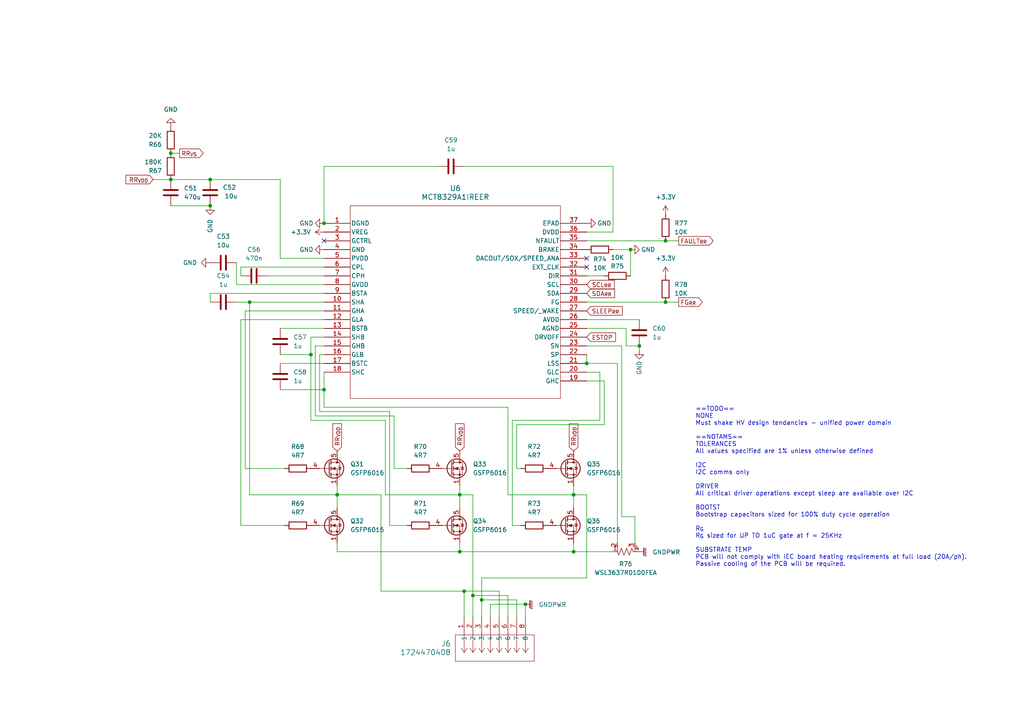
<source format=kicad_sch>
(kicad_sch
	(version 20231120)
	(generator "eeschema")
	(generator_version "8.0")
	(uuid "3cba046a-638f-4930-9ba2-dfc5f0726413")
	(paper "A4")
	(title_block
		(title "MQ Rover Controller")
		(date "2024-12-23")
		(rev "A")
		(company "Sierra Engineering Design")
		(comment 1 "Rev. A Initial release")
	)
	(lib_symbols
		(symbol "1724470408:1724470408"
			(pin_names
				(offset 0.254)
			)
			(exclude_from_sim no)
			(in_bom yes)
			(on_board yes)
			(property "Reference" "J"
				(at 8.89 6.35 0)
				(effects
					(font
						(size 1.524 1.524)
					)
				)
			)
			(property "Value" "1724470408"
				(at 0 0 0)
				(effects
					(font
						(size 1.524 1.524)
					)
				)
			)
			(property "Footprint" "CONN08_1724470408_MOL"
				(at 0 0 0)
				(effects
					(font
						(size 1.27 1.27)
						(italic yes)
					)
					(hide yes)
				)
			)
			(property "Datasheet" "1724470408"
				(at 0 0 0)
				(effects
					(font
						(size 1.27 1.27)
						(italic yes)
					)
					(hide yes)
				)
			)
			(property "Description" ""
				(at 0 0 0)
				(effects
					(font
						(size 1.27 1.27)
					)
					(hide yes)
				)
			)
			(property "ki_locked" ""
				(at 0 0 0)
				(effects
					(font
						(size 1.27 1.27)
					)
				)
			)
			(property "ki_keywords" "1724470408"
				(at 0 0 0)
				(effects
					(font
						(size 1.27 1.27)
					)
					(hide yes)
				)
			)
			(property "ki_fp_filters" "CONN08_1724470408_MOL"
				(at 0 0 0)
				(effects
					(font
						(size 1.27 1.27)
					)
					(hide yes)
				)
			)
			(symbol "1724470408_1_1"
				(polyline
					(pts
						(xy 5.08 -20.32) (xy 12.7 -20.32)
					)
					(stroke
						(width 0.127)
						(type default)
					)
					(fill
						(type none)
					)
				)
				(polyline
					(pts
						(xy 5.08 2.54) (xy 5.08 -20.32)
					)
					(stroke
						(width 0.127)
						(type default)
					)
					(fill
						(type none)
					)
				)
				(polyline
					(pts
						(xy 10.16 -17.78) (xy 5.08 -17.78)
					)
					(stroke
						(width 0.127)
						(type default)
					)
					(fill
						(type none)
					)
				)
				(polyline
					(pts
						(xy 10.16 -17.78) (xy 8.89 -18.6267)
					)
					(stroke
						(width 0.127)
						(type default)
					)
					(fill
						(type none)
					)
				)
				(polyline
					(pts
						(xy 10.16 -17.78) (xy 8.89 -16.9333)
					)
					(stroke
						(width 0.127)
						(type default)
					)
					(fill
						(type none)
					)
				)
				(polyline
					(pts
						(xy 10.16 -15.24) (xy 5.08 -15.24)
					)
					(stroke
						(width 0.127)
						(type default)
					)
					(fill
						(type none)
					)
				)
				(polyline
					(pts
						(xy 10.16 -15.24) (xy 8.89 -16.0867)
					)
					(stroke
						(width 0.127)
						(type default)
					)
					(fill
						(type none)
					)
				)
				(polyline
					(pts
						(xy 10.16 -15.24) (xy 8.89 -14.3933)
					)
					(stroke
						(width 0.127)
						(type default)
					)
					(fill
						(type none)
					)
				)
				(polyline
					(pts
						(xy 10.16 -12.7) (xy 5.08 -12.7)
					)
					(stroke
						(width 0.127)
						(type default)
					)
					(fill
						(type none)
					)
				)
				(polyline
					(pts
						(xy 10.16 -12.7) (xy 8.89 -13.5467)
					)
					(stroke
						(width 0.127)
						(type default)
					)
					(fill
						(type none)
					)
				)
				(polyline
					(pts
						(xy 10.16 -12.7) (xy 8.89 -11.8533)
					)
					(stroke
						(width 0.127)
						(type default)
					)
					(fill
						(type none)
					)
				)
				(polyline
					(pts
						(xy 10.16 -10.16) (xy 5.08 -10.16)
					)
					(stroke
						(width 0.127)
						(type default)
					)
					(fill
						(type none)
					)
				)
				(polyline
					(pts
						(xy 10.16 -10.16) (xy 8.89 -11.0067)
					)
					(stroke
						(width 0.127)
						(type default)
					)
					(fill
						(type none)
					)
				)
				(polyline
					(pts
						(xy 10.16 -10.16) (xy 8.89 -9.3133)
					)
					(stroke
						(width 0.127)
						(type default)
					)
					(fill
						(type none)
					)
				)
				(polyline
					(pts
						(xy 10.16 -7.62) (xy 5.08 -7.62)
					)
					(stroke
						(width 0.127)
						(type default)
					)
					(fill
						(type none)
					)
				)
				(polyline
					(pts
						(xy 10.16 -7.62) (xy 8.89 -8.4667)
					)
					(stroke
						(width 0.127)
						(type default)
					)
					(fill
						(type none)
					)
				)
				(polyline
					(pts
						(xy 10.16 -7.62) (xy 8.89 -6.7733)
					)
					(stroke
						(width 0.127)
						(type default)
					)
					(fill
						(type none)
					)
				)
				(polyline
					(pts
						(xy 10.16 -5.08) (xy 5.08 -5.08)
					)
					(stroke
						(width 0.127)
						(type default)
					)
					(fill
						(type none)
					)
				)
				(polyline
					(pts
						(xy 10.16 -5.08) (xy 8.89 -5.9267)
					)
					(stroke
						(width 0.127)
						(type default)
					)
					(fill
						(type none)
					)
				)
				(polyline
					(pts
						(xy 10.16 -5.08) (xy 8.89 -4.2333)
					)
					(stroke
						(width 0.127)
						(type default)
					)
					(fill
						(type none)
					)
				)
				(polyline
					(pts
						(xy 10.16 -2.54) (xy 5.08 -2.54)
					)
					(stroke
						(width 0.127)
						(type default)
					)
					(fill
						(type none)
					)
				)
				(polyline
					(pts
						(xy 10.16 -2.54) (xy 8.89 -3.3867)
					)
					(stroke
						(width 0.127)
						(type default)
					)
					(fill
						(type none)
					)
				)
				(polyline
					(pts
						(xy 10.16 -2.54) (xy 8.89 -1.6933)
					)
					(stroke
						(width 0.127)
						(type default)
					)
					(fill
						(type none)
					)
				)
				(polyline
					(pts
						(xy 10.16 0) (xy 5.08 0)
					)
					(stroke
						(width 0.127)
						(type default)
					)
					(fill
						(type none)
					)
				)
				(polyline
					(pts
						(xy 10.16 0) (xy 8.89 -0.8467)
					)
					(stroke
						(width 0.127)
						(type default)
					)
					(fill
						(type none)
					)
				)
				(polyline
					(pts
						(xy 10.16 0) (xy 8.89 0.8467)
					)
					(stroke
						(width 0.127)
						(type default)
					)
					(fill
						(type none)
					)
				)
				(polyline
					(pts
						(xy 12.7 -20.32) (xy 12.7 2.54)
					)
					(stroke
						(width 0.127)
						(type default)
					)
					(fill
						(type none)
					)
				)
				(polyline
					(pts
						(xy 12.7 2.54) (xy 5.08 2.54)
					)
					(stroke
						(width 0.127)
						(type default)
					)
					(fill
						(type none)
					)
				)
				(pin unspecified line
					(at 0 0 0)
					(length 5.08)
					(name "1"
						(effects
							(font
								(size 1.27 1.27)
							)
						)
					)
					(number "1"
						(effects
							(font
								(size 1.27 1.27)
							)
						)
					)
				)
				(pin unspecified line
					(at 0 -2.54 0)
					(length 5.08)
					(name "2"
						(effects
							(font
								(size 1.27 1.27)
							)
						)
					)
					(number "2"
						(effects
							(font
								(size 1.27 1.27)
							)
						)
					)
				)
				(pin unspecified line
					(at 0 -5.08 0)
					(length 5.08)
					(name "3"
						(effects
							(font
								(size 1.27 1.27)
							)
						)
					)
					(number "3"
						(effects
							(font
								(size 1.27 1.27)
							)
						)
					)
				)
				(pin unspecified line
					(at 0 -7.62 0)
					(length 5.08)
					(name "4"
						(effects
							(font
								(size 1.27 1.27)
							)
						)
					)
					(number "4"
						(effects
							(font
								(size 1.27 1.27)
							)
						)
					)
				)
				(pin unspecified line
					(at 0 -10.16 0)
					(length 5.08)
					(name "5"
						(effects
							(font
								(size 1.27 1.27)
							)
						)
					)
					(number "5"
						(effects
							(font
								(size 1.27 1.27)
							)
						)
					)
				)
				(pin unspecified line
					(at 0 -12.7 0)
					(length 5.08)
					(name "6"
						(effects
							(font
								(size 1.27 1.27)
							)
						)
					)
					(number "6"
						(effects
							(font
								(size 1.27 1.27)
							)
						)
					)
				)
				(pin unspecified line
					(at 0 -15.24 0)
					(length 5.08)
					(name "7"
						(effects
							(font
								(size 1.27 1.27)
							)
						)
					)
					(number "7"
						(effects
							(font
								(size 1.27 1.27)
							)
						)
					)
				)
				(pin unspecified line
					(at 0 -17.78 0)
					(length 5.08)
					(name "8"
						(effects
							(font
								(size 1.27 1.27)
							)
						)
					)
					(number "8"
						(effects
							(font
								(size 1.27 1.27)
							)
						)
					)
				)
			)
			(symbol "1724470408_1_2"
				(polyline
					(pts
						(xy 5.08 -20.32) (xy 12.7 -20.32)
					)
					(stroke
						(width 0.127)
						(type default)
					)
					(fill
						(type none)
					)
				)
				(polyline
					(pts
						(xy 5.08 2.54) (xy 5.08 -20.32)
					)
					(stroke
						(width 0.127)
						(type default)
					)
					(fill
						(type none)
					)
				)
				(polyline
					(pts
						(xy 7.62 -17.78) (xy 5.08 -17.78)
					)
					(stroke
						(width 0.127)
						(type default)
					)
					(fill
						(type none)
					)
				)
				(polyline
					(pts
						(xy 7.62 -17.78) (xy 8.89 -18.6267)
					)
					(stroke
						(width 0.127)
						(type default)
					)
					(fill
						(type none)
					)
				)
				(polyline
					(pts
						(xy 7.62 -17.78) (xy 8.89 -16.9333)
					)
					(stroke
						(width 0.127)
						(type default)
					)
					(fill
						(type none)
					)
				)
				(polyline
					(pts
						(xy 7.62 -15.24) (xy 5.08 -15.24)
					)
					(stroke
						(width 0.127)
						(type default)
					)
					(fill
						(type none)
					)
				)
				(polyline
					(pts
						(xy 7.62 -15.24) (xy 8.89 -16.0867)
					)
					(stroke
						(width 0.127)
						(type default)
					)
					(fill
						(type none)
					)
				)
				(polyline
					(pts
						(xy 7.62 -15.24) (xy 8.89 -14.3933)
					)
					(stroke
						(width 0.127)
						(type default)
					)
					(fill
						(type none)
					)
				)
				(polyline
					(pts
						(xy 7.62 -12.7) (xy 5.08 -12.7)
					)
					(stroke
						(width 0.127)
						(type default)
					)
					(fill
						(type none)
					)
				)
				(polyline
					(pts
						(xy 7.62 -12.7) (xy 8.89 -13.5467)
					)
					(stroke
						(width 0.127)
						(type default)
					)
					(fill
						(type none)
					)
				)
				(polyline
					(pts
						(xy 7.62 -12.7) (xy 8.89 -11.8533)
					)
					(stroke
						(width 0.127)
						(type default)
					)
					(fill
						(type none)
					)
				)
				(polyline
					(pts
						(xy 7.62 -10.16) (xy 5.08 -10.16)
					)
					(stroke
						(width 0.127)
						(type default)
					)
					(fill
						(type none)
					)
				)
				(polyline
					(pts
						(xy 7.62 -10.16) (xy 8.89 -11.0067)
					)
					(stroke
						(width 0.127)
						(type default)
					)
					(fill
						(type none)
					)
				)
				(polyline
					(pts
						(xy 7.62 -10.16) (xy 8.89 -9.3133)
					)
					(stroke
						(width 0.127)
						(type default)
					)
					(fill
						(type none)
					)
				)
				(polyline
					(pts
						(xy 7.62 -7.62) (xy 5.08 -7.62)
					)
					(stroke
						(width 0.127)
						(type default)
					)
					(fill
						(type none)
					)
				)
				(polyline
					(pts
						(xy 7.62 -7.62) (xy 8.89 -8.4667)
					)
					(stroke
						(width 0.127)
						(type default)
					)
					(fill
						(type none)
					)
				)
				(polyline
					(pts
						(xy 7.62 -7.62) (xy 8.89 -6.7733)
					)
					(stroke
						(width 0.127)
						(type default)
					)
					(fill
						(type none)
					)
				)
				(polyline
					(pts
						(xy 7.62 -5.08) (xy 5.08 -5.08)
					)
					(stroke
						(width 0.127)
						(type default)
					)
					(fill
						(type none)
					)
				)
				(polyline
					(pts
						(xy 7.62 -5.08) (xy 8.89 -5.9267)
					)
					(stroke
						(width 0.127)
						(type default)
					)
					(fill
						(type none)
					)
				)
				(polyline
					(pts
						(xy 7.62 -5.08) (xy 8.89 -4.2333)
					)
					(stroke
						(width 0.127)
						(type default)
					)
					(fill
						(type none)
					)
				)
				(polyline
					(pts
						(xy 7.62 -2.54) (xy 5.08 -2.54)
					)
					(stroke
						(width 0.127)
						(type default)
					)
					(fill
						(type none)
					)
				)
				(polyline
					(pts
						(xy 7.62 -2.54) (xy 8.89 -3.3867)
					)
					(stroke
						(width 0.127)
						(type default)
					)
					(fill
						(type none)
					)
				)
				(polyline
					(pts
						(xy 7.62 -2.54) (xy 8.89 -1.6933)
					)
					(stroke
						(width 0.127)
						(type default)
					)
					(fill
						(type none)
					)
				)
				(polyline
					(pts
						(xy 7.62 0) (xy 5.08 0)
					)
					(stroke
						(width 0.127)
						(type default)
					)
					(fill
						(type none)
					)
				)
				(polyline
					(pts
						(xy 7.62 0) (xy 8.89 -0.8467)
					)
					(stroke
						(width 0.127)
						(type default)
					)
					(fill
						(type none)
					)
				)
				(polyline
					(pts
						(xy 7.62 0) (xy 8.89 0.8467)
					)
					(stroke
						(width 0.127)
						(type default)
					)
					(fill
						(type none)
					)
				)
				(polyline
					(pts
						(xy 12.7 -20.32) (xy 12.7 2.54)
					)
					(stroke
						(width 0.127)
						(type default)
					)
					(fill
						(type none)
					)
				)
				(polyline
					(pts
						(xy 12.7 2.54) (xy 5.08 2.54)
					)
					(stroke
						(width 0.127)
						(type default)
					)
					(fill
						(type none)
					)
				)
				(pin unspecified line
					(at 0 0 0)
					(length 5.08)
					(name "1"
						(effects
							(font
								(size 1.27 1.27)
							)
						)
					)
					(number "1"
						(effects
							(font
								(size 1.27 1.27)
							)
						)
					)
				)
				(pin unspecified line
					(at 0 -2.54 0)
					(length 5.08)
					(name "2"
						(effects
							(font
								(size 1.27 1.27)
							)
						)
					)
					(number "2"
						(effects
							(font
								(size 1.27 1.27)
							)
						)
					)
				)
				(pin unspecified line
					(at 0 -5.08 0)
					(length 5.08)
					(name "3"
						(effects
							(font
								(size 1.27 1.27)
							)
						)
					)
					(number "3"
						(effects
							(font
								(size 1.27 1.27)
							)
						)
					)
				)
				(pin unspecified line
					(at 0 -7.62 0)
					(length 5.08)
					(name "4"
						(effects
							(font
								(size 1.27 1.27)
							)
						)
					)
					(number "4"
						(effects
							(font
								(size 1.27 1.27)
							)
						)
					)
				)
				(pin unspecified line
					(at 0 -10.16 0)
					(length 5.08)
					(name "5"
						(effects
							(font
								(size 1.27 1.27)
							)
						)
					)
					(number "5"
						(effects
							(font
								(size 1.27 1.27)
							)
						)
					)
				)
				(pin unspecified line
					(at 0 -12.7 0)
					(length 5.08)
					(name "6"
						(effects
							(font
								(size 1.27 1.27)
							)
						)
					)
					(number "6"
						(effects
							(font
								(size 1.27 1.27)
							)
						)
					)
				)
				(pin unspecified line
					(at 0 -15.24 0)
					(length 5.08)
					(name "7"
						(effects
							(font
								(size 1.27 1.27)
							)
						)
					)
					(number "7"
						(effects
							(font
								(size 1.27 1.27)
							)
						)
					)
				)
				(pin unspecified line
					(at 0 -17.78 0)
					(length 5.08)
					(name "8"
						(effects
							(font
								(size 1.27 1.27)
							)
						)
					)
					(number "8"
						(effects
							(font
								(size 1.27 1.27)
							)
						)
					)
				)
			)
		)
		(symbol "Device:C"
			(pin_numbers hide)
			(pin_names
				(offset 0.254)
			)
			(exclude_from_sim no)
			(in_bom yes)
			(on_board yes)
			(property "Reference" "C"
				(at 0.635 2.54 0)
				(effects
					(font
						(size 1.27 1.27)
					)
					(justify left)
				)
			)
			(property "Value" "C"
				(at 0.635 -2.54 0)
				(effects
					(font
						(size 1.27 1.27)
					)
					(justify left)
				)
			)
			(property "Footprint" ""
				(at 0.9652 -3.81 0)
				(effects
					(font
						(size 1.27 1.27)
					)
					(hide yes)
				)
			)
			(property "Datasheet" "~"
				(at 0 0 0)
				(effects
					(font
						(size 1.27 1.27)
					)
					(hide yes)
				)
			)
			(property "Description" "Unpolarized capacitor"
				(at 0 0 0)
				(effects
					(font
						(size 1.27 1.27)
					)
					(hide yes)
				)
			)
			(property "ki_keywords" "cap capacitor"
				(at 0 0 0)
				(effects
					(font
						(size 1.27 1.27)
					)
					(hide yes)
				)
			)
			(property "ki_fp_filters" "C_*"
				(at 0 0 0)
				(effects
					(font
						(size 1.27 1.27)
					)
					(hide yes)
				)
			)
			(symbol "C_0_1"
				(polyline
					(pts
						(xy -2.032 -0.762) (xy 2.032 -0.762)
					)
					(stroke
						(width 0.508)
						(type default)
					)
					(fill
						(type none)
					)
				)
				(polyline
					(pts
						(xy -2.032 0.762) (xy 2.032 0.762)
					)
					(stroke
						(width 0.508)
						(type default)
					)
					(fill
						(type none)
					)
				)
			)
			(symbol "C_1_1"
				(pin passive line
					(at 0 3.81 270)
					(length 2.794)
					(name "~"
						(effects
							(font
								(size 1.27 1.27)
							)
						)
					)
					(number "1"
						(effects
							(font
								(size 1.27 1.27)
							)
						)
					)
				)
				(pin passive line
					(at 0 -3.81 90)
					(length 2.794)
					(name "~"
						(effects
							(font
								(size 1.27 1.27)
							)
						)
					)
					(number "2"
						(effects
							(font
								(size 1.27 1.27)
							)
						)
					)
				)
			)
		)
		(symbol "Device:R"
			(pin_numbers hide)
			(pin_names
				(offset 0)
			)
			(exclude_from_sim no)
			(in_bom yes)
			(on_board yes)
			(property "Reference" "R"
				(at 2.032 0 90)
				(effects
					(font
						(size 1.27 1.27)
					)
				)
			)
			(property "Value" "R"
				(at 0 0 90)
				(effects
					(font
						(size 1.27 1.27)
					)
				)
			)
			(property "Footprint" ""
				(at -1.778 0 90)
				(effects
					(font
						(size 1.27 1.27)
					)
					(hide yes)
				)
			)
			(property "Datasheet" "~"
				(at 0 0 0)
				(effects
					(font
						(size 1.27 1.27)
					)
					(hide yes)
				)
			)
			(property "Description" "Resistor"
				(at 0 0 0)
				(effects
					(font
						(size 1.27 1.27)
					)
					(hide yes)
				)
			)
			(property "ki_keywords" "R res resistor"
				(at 0 0 0)
				(effects
					(font
						(size 1.27 1.27)
					)
					(hide yes)
				)
			)
			(property "ki_fp_filters" "R_*"
				(at 0 0 0)
				(effects
					(font
						(size 1.27 1.27)
					)
					(hide yes)
				)
			)
			(symbol "R_0_1"
				(rectangle
					(start -1.016 -2.54)
					(end 1.016 2.54)
					(stroke
						(width 0.254)
						(type default)
					)
					(fill
						(type none)
					)
				)
			)
			(symbol "R_1_1"
				(pin passive line
					(at 0 3.81 270)
					(length 1.27)
					(name "~"
						(effects
							(font
								(size 1.27 1.27)
							)
						)
					)
					(number "1"
						(effects
							(font
								(size 1.27 1.27)
							)
						)
					)
				)
				(pin passive line
					(at 0 -3.81 90)
					(length 1.27)
					(name "~"
						(effects
							(font
								(size 1.27 1.27)
							)
						)
					)
					(number "2"
						(effects
							(font
								(size 1.27 1.27)
							)
						)
					)
				)
			)
		)
		(symbol "MCT8329:MCT8329A1IREER"
			(pin_names
				(offset 0.254)
			)
			(exclude_from_sim no)
			(in_bom yes)
			(on_board yes)
			(property "Reference" "U"
				(at 38.1 10.16 0)
				(effects
					(font
						(size 1.524 1.524)
					)
				)
			)
			(property "Value" "MCT8329A1IREER"
				(at 38.1 7.62 0)
				(effects
					(font
						(size 1.524 1.524)
					)
				)
			)
			(property "Footprint" "WQFN36_REE_TEX"
				(at 0 0 0)
				(effects
					(font
						(size 1.27 1.27)
						(italic yes)
					)
					(hide yes)
				)
			)
			(property "Datasheet" "MCT8329A1IREER"
				(at 0 0 0)
				(effects
					(font
						(size 1.27 1.27)
						(italic yes)
					)
					(hide yes)
				)
			)
			(property "Description" ""
				(at 0 0 0)
				(effects
					(font
						(size 1.27 1.27)
					)
					(hide yes)
				)
			)
			(property "ki_locked" ""
				(at 0 0 0)
				(effects
					(font
						(size 1.27 1.27)
					)
				)
			)
			(property "ki_keywords" "MCT8329A1IREER"
				(at 0 0 0)
				(effects
					(font
						(size 1.27 1.27)
					)
					(hide yes)
				)
			)
			(property "ki_fp_filters" "WQFN36_REE_TEX WQFN36_REE_TEX-M WQFN36_REE_TEX-L"
				(at 0 0 0)
				(effects
					(font
						(size 1.27 1.27)
					)
					(hide yes)
				)
			)
			(symbol "MCT8329A1IREER_0_1"
				(polyline
					(pts
						(xy 7.62 -50.8) (xy 68.58 -50.8)
					)
					(stroke
						(width 0.127)
						(type default)
					)
					(fill
						(type none)
					)
				)
				(polyline
					(pts
						(xy 7.62 5.08) (xy 7.62 -50.8)
					)
					(stroke
						(width 0.127)
						(type default)
					)
					(fill
						(type none)
					)
				)
				(polyline
					(pts
						(xy 68.58 -50.8) (xy 68.58 5.08)
					)
					(stroke
						(width 0.127)
						(type default)
					)
					(fill
						(type none)
					)
				)
				(polyline
					(pts
						(xy 68.58 5.08) (xy 7.62 5.08)
					)
					(stroke
						(width 0.127)
						(type default)
					)
					(fill
						(type none)
					)
				)
				(pin power_out line
					(at 0 0 0)
					(length 7.62)
					(name "DGND"
						(effects
							(font
								(size 1.27 1.27)
							)
						)
					)
					(number "1"
						(effects
							(font
								(size 1.27 1.27)
							)
						)
					)
				)
				(pin bidirectional line
					(at 0 -22.86 0)
					(length 7.62)
					(name "SHA"
						(effects
							(font
								(size 1.27 1.27)
							)
						)
					)
					(number "10"
						(effects
							(font
								(size 1.27 1.27)
							)
						)
					)
				)
				(pin output line
					(at 0 -25.4 0)
					(length 7.62)
					(name "GHA"
						(effects
							(font
								(size 1.27 1.27)
							)
						)
					)
					(number "11"
						(effects
							(font
								(size 1.27 1.27)
							)
						)
					)
				)
				(pin output line
					(at 0 -27.94 0)
					(length 7.62)
					(name "GLA"
						(effects
							(font
								(size 1.27 1.27)
							)
						)
					)
					(number "12"
						(effects
							(font
								(size 1.27 1.27)
							)
						)
					)
				)
				(pin output line
					(at 0 -30.48 0)
					(length 7.62)
					(name "BSTB"
						(effects
							(font
								(size 1.27 1.27)
							)
						)
					)
					(number "13"
						(effects
							(font
								(size 1.27 1.27)
							)
						)
					)
				)
				(pin bidirectional line
					(at 0 -33.02 0)
					(length 7.62)
					(name "SHB"
						(effects
							(font
								(size 1.27 1.27)
							)
						)
					)
					(number "14"
						(effects
							(font
								(size 1.27 1.27)
							)
						)
					)
				)
				(pin output line
					(at 0 -35.56 0)
					(length 7.62)
					(name "GHB"
						(effects
							(font
								(size 1.27 1.27)
							)
						)
					)
					(number "15"
						(effects
							(font
								(size 1.27 1.27)
							)
						)
					)
				)
				(pin output line
					(at 0 -38.1 0)
					(length 7.62)
					(name "GLB"
						(effects
							(font
								(size 1.27 1.27)
							)
						)
					)
					(number "16"
						(effects
							(font
								(size 1.27 1.27)
							)
						)
					)
				)
				(pin output line
					(at 0 -40.64 0)
					(length 7.62)
					(name "BSTC"
						(effects
							(font
								(size 1.27 1.27)
							)
						)
					)
					(number "17"
						(effects
							(font
								(size 1.27 1.27)
							)
						)
					)
				)
				(pin bidirectional line
					(at 0 -43.18 0)
					(length 7.62)
					(name "SHC"
						(effects
							(font
								(size 1.27 1.27)
							)
						)
					)
					(number "18"
						(effects
							(font
								(size 1.27 1.27)
							)
						)
					)
				)
				(pin output line
					(at 76.2 -45.72 180)
					(length 7.62)
					(name "GHC"
						(effects
							(font
								(size 1.27 1.27)
							)
						)
					)
					(number "19"
						(effects
							(font
								(size 1.27 1.27)
							)
						)
					)
				)
				(pin power_in line
					(at 0 -2.54 0)
					(length 7.62)
					(name "VREG"
						(effects
							(font
								(size 1.27 1.27)
							)
						)
					)
					(number "2"
						(effects
							(font
								(size 1.27 1.27)
							)
						)
					)
				)
				(pin output line
					(at 76.2 -43.18 180)
					(length 7.62)
					(name "GLC"
						(effects
							(font
								(size 1.27 1.27)
							)
						)
					)
					(number "20"
						(effects
							(font
								(size 1.27 1.27)
							)
						)
					)
				)
				(pin power_in line
					(at 76.2 -40.64 180)
					(length 7.62)
					(name "LSS"
						(effects
							(font
								(size 1.27 1.27)
							)
						)
					)
					(number "21"
						(effects
							(font
								(size 1.27 1.27)
							)
						)
					)
				)
				(pin input line
					(at 76.2 -38.1 180)
					(length 7.62)
					(name "SP"
						(effects
							(font
								(size 1.27 1.27)
							)
						)
					)
					(number "22"
						(effects
							(font
								(size 1.27 1.27)
							)
						)
					)
				)
				(pin input line
					(at 76.2 -35.56 180)
					(length 7.62)
					(name "SN"
						(effects
							(font
								(size 1.27 1.27)
							)
						)
					)
					(number "23"
						(effects
							(font
								(size 1.27 1.27)
							)
						)
					)
				)
				(pin input line
					(at 76.2 -33.02 180)
					(length 7.62)
					(name "DRVOFF"
						(effects
							(font
								(size 1.27 1.27)
							)
						)
					)
					(number "24"
						(effects
							(font
								(size 1.27 1.27)
							)
						)
					)
				)
				(pin power_out line
					(at 76.2 -30.48 180)
					(length 7.62)
					(name "AGND"
						(effects
							(font
								(size 1.27 1.27)
							)
						)
					)
					(number "25"
						(effects
							(font
								(size 1.27 1.27)
							)
						)
					)
				)
				(pin power_in line
					(at 76.2 -27.94 180)
					(length 7.62)
					(name "AVDD"
						(effects
							(font
								(size 1.27 1.27)
							)
						)
					)
					(number "26"
						(effects
							(font
								(size 1.27 1.27)
							)
						)
					)
				)
				(pin input line
					(at 76.2 -25.4 180)
					(length 7.62)
					(name "SPEED/_WAKE"
						(effects
							(font
								(size 1.27 1.27)
							)
						)
					)
					(number "27"
						(effects
							(font
								(size 1.27 1.27)
							)
						)
					)
				)
				(pin output line
					(at 76.2 -22.86 180)
					(length 7.62)
					(name "FG"
						(effects
							(font
								(size 1.27 1.27)
							)
						)
					)
					(number "28"
						(effects
							(font
								(size 1.27 1.27)
							)
						)
					)
				)
				(pin bidirectional line
					(at 76.2 -20.32 180)
					(length 7.62)
					(name "SDA"
						(effects
							(font
								(size 1.27 1.27)
							)
						)
					)
					(number "29"
						(effects
							(font
								(size 1.27 1.27)
							)
						)
					)
				)
				(pin output line
					(at 0 -5.08 0)
					(length 7.62)
					(name "GCTRL"
						(effects
							(font
								(size 1.27 1.27)
							)
						)
					)
					(number "3"
						(effects
							(font
								(size 1.27 1.27)
							)
						)
					)
				)
				(pin input line
					(at 76.2 -17.78 180)
					(length 7.62)
					(name "SCL"
						(effects
							(font
								(size 1.27 1.27)
							)
						)
					)
					(number "30"
						(effects
							(font
								(size 1.27 1.27)
							)
						)
					)
				)
				(pin input line
					(at 76.2 -15.24 180)
					(length 7.62)
					(name "DIR"
						(effects
							(font
								(size 1.27 1.27)
							)
						)
					)
					(number "31"
						(effects
							(font
								(size 1.27 1.27)
							)
						)
					)
				)
				(pin input line
					(at 76.2 -12.7 180)
					(length 7.62)
					(name "EXT_CLK"
						(effects
							(font
								(size 1.27 1.27)
							)
						)
					)
					(number "32"
						(effects
							(font
								(size 1.27 1.27)
							)
						)
					)
				)
				(pin bidirectional line
					(at 76.2 -10.16 180)
					(length 7.62)
					(name "DACOUT/SOX/SPEED_ANA"
						(effects
							(font
								(size 1.27 1.27)
							)
						)
					)
					(number "33"
						(effects
							(font
								(size 1.27 1.27)
							)
						)
					)
				)
				(pin input line
					(at 76.2 -7.62 180)
					(length 7.62)
					(name "BRAKE"
						(effects
							(font
								(size 1.27 1.27)
							)
						)
					)
					(number "34"
						(effects
							(font
								(size 1.27 1.27)
							)
						)
					)
				)
				(pin output line
					(at 76.2 -5.08 180)
					(length 7.62)
					(name "NFAULT"
						(effects
							(font
								(size 1.27 1.27)
							)
						)
					)
					(number "35"
						(effects
							(font
								(size 1.27 1.27)
							)
						)
					)
				)
				(pin power_in line
					(at 76.2 -2.54 180)
					(length 7.62)
					(name "DVDD"
						(effects
							(font
								(size 1.27 1.27)
							)
						)
					)
					(number "36"
						(effects
							(font
								(size 1.27 1.27)
							)
						)
					)
				)
				(pin power_out line
					(at 76.2 0 180)
					(length 7.62)
					(name "EPAD"
						(effects
							(font
								(size 1.27 1.27)
							)
						)
					)
					(number "37"
						(effects
							(font
								(size 1.27 1.27)
							)
						)
					)
				)
				(pin power_out line
					(at 0 -7.62 0)
					(length 7.62)
					(name "GND"
						(effects
							(font
								(size 1.27 1.27)
							)
						)
					)
					(number "4"
						(effects
							(font
								(size 1.27 1.27)
							)
						)
					)
				)
				(pin power_in line
					(at 0 -10.16 0)
					(length 7.62)
					(name "PVDD"
						(effects
							(font
								(size 1.27 1.27)
							)
						)
					)
					(number "5"
						(effects
							(font
								(size 1.27 1.27)
							)
						)
					)
				)
				(pin power_in line
					(at 0 -12.7 0)
					(length 7.62)
					(name "CPL"
						(effects
							(font
								(size 1.27 1.27)
							)
						)
					)
					(number "6"
						(effects
							(font
								(size 1.27 1.27)
							)
						)
					)
				)
				(pin power_in line
					(at 0 -15.24 0)
					(length 7.62)
					(name "CPH"
						(effects
							(font
								(size 1.27 1.27)
							)
						)
					)
					(number "7"
						(effects
							(font
								(size 1.27 1.27)
							)
						)
					)
				)
				(pin power_in line
					(at 0 -17.78 0)
					(length 7.62)
					(name "GVDD"
						(effects
							(font
								(size 1.27 1.27)
							)
						)
					)
					(number "8"
						(effects
							(font
								(size 1.27 1.27)
							)
						)
					)
				)
				(pin output line
					(at 0 -20.32 0)
					(length 7.62)
					(name "BSTA"
						(effects
							(font
								(size 1.27 1.27)
							)
						)
					)
					(number "9"
						(effects
							(font
								(size 1.27 1.27)
							)
						)
					)
				)
			)
		)
		(symbol "Transistor_FET:SiR696DP"
			(pin_names hide)
			(exclude_from_sim no)
			(in_bom yes)
			(on_board yes)
			(property "Reference" "Q"
				(at 5.08 1.905 0)
				(effects
					(font
						(size 1.27 1.27)
					)
					(justify left)
				)
			)
			(property "Value" "SiR696DP"
				(at 5.08 0 0)
				(effects
					(font
						(size 1.27 1.27)
					)
					(justify left)
				)
			)
			(property "Footprint" "Package_SO:PowerPAK_SO-8_Single"
				(at 5.08 -1.905 0)
				(effects
					(font
						(size 1.27 1.27)
						(italic yes)
					)
					(justify left)
					(hide yes)
				)
			)
			(property "Datasheet" "https://www.vishay.com/docs/65689/sir696dp.pdf"
				(at 5.08 -3.81 0)
				(effects
					(font
						(size 1.27 1.27)
					)
					(justify left)
					(hide yes)
				)
			)
			(property "Description" "60A Id, 125V Vds N-Channel MOSFET, 9.6mOhm Ron, 19.4 nC Qg(typ), PowerPAK-8"
				(at 0 0 0)
				(effects
					(font
						(size 1.27 1.27)
					)
					(hide yes)
				)
			)
			(property "ki_keywords" "NMOS NFET Vishay"
				(at 0 0 0)
				(effects
					(font
						(size 1.27 1.27)
					)
					(hide yes)
				)
			)
			(property "ki_fp_filters" "PowerPAK*SO*Single*"
				(at 0 0 0)
				(effects
					(font
						(size 1.27 1.27)
					)
					(hide yes)
				)
			)
			(symbol "SiR696DP_0_1"
				(polyline
					(pts
						(xy 0.254 0) (xy -2.54 0)
					)
					(stroke
						(width 0)
						(type default)
					)
					(fill
						(type none)
					)
				)
				(polyline
					(pts
						(xy 0.254 1.905) (xy 0.254 -1.905)
					)
					(stroke
						(width 0.254)
						(type default)
					)
					(fill
						(type none)
					)
				)
				(polyline
					(pts
						(xy 0.762 -1.27) (xy 0.762 -2.286)
					)
					(stroke
						(width 0.254)
						(type default)
					)
					(fill
						(type none)
					)
				)
				(polyline
					(pts
						(xy 0.762 0.508) (xy 0.762 -0.508)
					)
					(stroke
						(width 0.254)
						(type default)
					)
					(fill
						(type none)
					)
				)
				(polyline
					(pts
						(xy 0.762 2.286) (xy 0.762 1.27)
					)
					(stroke
						(width 0.254)
						(type default)
					)
					(fill
						(type none)
					)
				)
				(polyline
					(pts
						(xy 2.54 2.54) (xy 2.54 1.778)
					)
					(stroke
						(width 0)
						(type default)
					)
					(fill
						(type none)
					)
				)
				(polyline
					(pts
						(xy 2.54 -2.54) (xy 2.54 0) (xy 0.762 0)
					)
					(stroke
						(width 0)
						(type default)
					)
					(fill
						(type none)
					)
				)
				(polyline
					(pts
						(xy 0.762 -1.778) (xy 3.302 -1.778) (xy 3.302 1.778) (xy 0.762 1.778)
					)
					(stroke
						(width 0)
						(type default)
					)
					(fill
						(type none)
					)
				)
				(polyline
					(pts
						(xy 1.016 0) (xy 2.032 0.381) (xy 2.032 -0.381) (xy 1.016 0)
					)
					(stroke
						(width 0)
						(type default)
					)
					(fill
						(type outline)
					)
				)
				(polyline
					(pts
						(xy 2.794 0.508) (xy 2.921 0.381) (xy 3.683 0.381) (xy 3.81 0.254)
					)
					(stroke
						(width 0)
						(type default)
					)
					(fill
						(type none)
					)
				)
				(polyline
					(pts
						(xy 3.302 0.381) (xy 2.921 -0.254) (xy 3.683 -0.254) (xy 3.302 0.381)
					)
					(stroke
						(width 0)
						(type default)
					)
					(fill
						(type none)
					)
				)
				(circle
					(center 1.651 0)
					(radius 2.794)
					(stroke
						(width 0.254)
						(type default)
					)
					(fill
						(type none)
					)
				)
				(circle
					(center 2.54 -1.778)
					(radius 0.254)
					(stroke
						(width 0)
						(type default)
					)
					(fill
						(type outline)
					)
				)
				(circle
					(center 2.54 1.778)
					(radius 0.254)
					(stroke
						(width 0)
						(type default)
					)
					(fill
						(type outline)
					)
				)
			)
			(symbol "SiR696DP_1_1"
				(pin passive line
					(at 2.54 -5.08 90)
					(length 2.54)
					(name "S"
						(effects
							(font
								(size 1.27 1.27)
							)
						)
					)
					(number "1"
						(effects
							(font
								(size 1.27 1.27)
							)
						)
					)
				)
				(pin passive line
					(at 2.54 -5.08 90)
					(length 2.54) hide
					(name "S"
						(effects
							(font
								(size 1.27 1.27)
							)
						)
					)
					(number "2"
						(effects
							(font
								(size 1.27 1.27)
							)
						)
					)
				)
				(pin passive line
					(at 2.54 -5.08 90)
					(length 2.54) hide
					(name "S"
						(effects
							(font
								(size 1.27 1.27)
							)
						)
					)
					(number "3"
						(effects
							(font
								(size 1.27 1.27)
							)
						)
					)
				)
				(pin input line
					(at -5.08 0 0)
					(length 2.54)
					(name "G"
						(effects
							(font
								(size 1.27 1.27)
							)
						)
					)
					(number "4"
						(effects
							(font
								(size 1.27 1.27)
							)
						)
					)
				)
				(pin passive line
					(at 2.54 5.08 270)
					(length 2.54)
					(name "D"
						(effects
							(font
								(size 1.27 1.27)
							)
						)
					)
					(number "5"
						(effects
							(font
								(size 1.27 1.27)
							)
						)
					)
				)
			)
		)
		(symbol "WSL3637R0100FEA:WSL3637R0100FEA"
			(pin_names
				(offset 0.254)
			)
			(exclude_from_sim no)
			(in_bom yes)
			(on_board yes)
			(property "Reference" "R"
				(at 0 2.794 0)
				(effects
					(font
						(size 1.27 1.27)
					)
				)
			)
			(property "Value" "WSL3637R0100FEA"
				(at -0.254 4.826 0)
				(effects
					(font
						(size 1.27 1.27)
					)
				)
			)
			(property "Footprint" "WSL3637_VIS"
				(at -20.32 -7.112 0)
				(effects
					(font
						(size 1.27 1.27)
						(italic yes)
					)
					(hide yes)
				)
			)
			(property "Datasheet" "WSL3637R0100FEA"
				(at -20.066 -8.89 0)
				(effects
					(font
						(size 1.27 1.27)
						(italic yes)
					)
					(hide yes)
				)
			)
			(property "Description" ""
				(at -6.35 -2.54 0)
				(effects
					(font
						(size 1.27 1.27)
					)
					(hide yes)
				)
			)
			(property "ki_locked" ""
				(at 0 0 0)
				(effects
					(font
						(size 1.27 1.27)
					)
				)
			)
			(property "ki_keywords" "WSL3637R0100FEA"
				(at 0 0 0)
				(effects
					(font
						(size 1.27 1.27)
					)
					(hide yes)
				)
			)
			(property "ki_fp_filters" "WSL3637_VIS"
				(at 0 0 0)
				(effects
					(font
						(size 1.27 1.27)
					)
					(hide yes)
				)
			)
			(symbol "WSL3637R0100FEA_0_1"
				(polyline
					(pts
						(xy -2.54 0) (xy -2.794 0)
					)
					(stroke
						(width 0)
						(type default)
					)
					(fill
						(type none)
					)
				)
				(polyline
					(pts
						(xy 2.032 0) (xy 2.54 0)
					)
					(stroke
						(width 0)
						(type default)
					)
					(fill
						(type none)
					)
				)
				(polyline
					(pts
						(xy -2.54 0) (xy -2.159 1.016) (xy -1.778 0) (xy -1.397 -1.016) (xy -1.016 0)
					)
					(stroke
						(width 0)
						(type default)
					)
					(fill
						(type none)
					)
				)
				(polyline
					(pts
						(xy -1.016 0) (xy -0.635 1.016) (xy -0.254 0) (xy 0.127 -1.016) (xy 0.508 0)
					)
					(stroke
						(width 0)
						(type default)
					)
					(fill
						(type none)
					)
				)
				(polyline
					(pts
						(xy 0.508 0) (xy 0.889 1.016) (xy 1.27 0) (xy 1.651 -1.016) (xy 2.032 0)
					)
					(stroke
						(width 0)
						(type default)
					)
					(fill
						(type none)
					)
				)
			)
			(symbol "WSL3637R0100FEA_1_1"
				(polyline
					(pts
						(xy -2.54 -1.27) (xy -2.54 0)
					)
					(stroke
						(width 0)
						(type default)
					)
					(fill
						(type none)
					)
				)
				(polyline
					(pts
						(xy 2.54 -1.27) (xy 2.54 0)
					)
					(stroke
						(width 0)
						(type default)
					)
					(fill
						(type none)
					)
				)
				(pin passive line
					(at -3.81 0 0)
					(length 1.27)
					(name "~"
						(effects
							(font
								(size 1.27 1.27)
							)
						)
					)
					(number "1"
						(effects
							(font
								(size 1.27 1.27)
							)
						)
					)
				)
				(pin passive line
					(at -2.54 -2.54 90)
					(length 1.27)
					(name "~"
						(effects
							(font
								(size 1.27 1.27)
							)
						)
					)
					(number "2"
						(effects
							(font
								(size 1.27 1.27)
							)
						)
					)
				)
				(pin passive line
					(at 2.54 -2.54 90)
					(length 1.27)
					(name "~"
						(effects
							(font
								(size 1.27 1.27)
							)
						)
					)
					(number "3"
						(effects
							(font
								(size 1.27 1.27)
							)
						)
					)
				)
				(pin passive line
					(at 3.81 0 180)
					(length 1.27)
					(name "~"
						(effects
							(font
								(size 1.27 1.27)
							)
						)
					)
					(number "4"
						(effects
							(font
								(size 1.27 1.27)
							)
						)
					)
				)
			)
		)
		(symbol "power:+3.3V"
			(power)
			(pin_numbers hide)
			(pin_names
				(offset 0) hide)
			(exclude_from_sim no)
			(in_bom yes)
			(on_board yes)
			(property "Reference" "#PWR"
				(at 0 -3.81 0)
				(effects
					(font
						(size 1.27 1.27)
					)
					(hide yes)
				)
			)
			(property "Value" "+3.3V"
				(at 0 3.556 0)
				(effects
					(font
						(size 1.27 1.27)
					)
				)
			)
			(property "Footprint" ""
				(at 0 0 0)
				(effects
					(font
						(size 1.27 1.27)
					)
					(hide yes)
				)
			)
			(property "Datasheet" ""
				(at 0 0 0)
				(effects
					(font
						(size 1.27 1.27)
					)
					(hide yes)
				)
			)
			(property "Description" "Power symbol creates a global label with name \"+3.3V\""
				(at 0 0 0)
				(effects
					(font
						(size 1.27 1.27)
					)
					(hide yes)
				)
			)
			(property "ki_keywords" "global power"
				(at 0 0 0)
				(effects
					(font
						(size 1.27 1.27)
					)
					(hide yes)
				)
			)
			(symbol "+3.3V_0_1"
				(polyline
					(pts
						(xy -0.762 1.27) (xy 0 2.54)
					)
					(stroke
						(width 0)
						(type default)
					)
					(fill
						(type none)
					)
				)
				(polyline
					(pts
						(xy 0 0) (xy 0 2.54)
					)
					(stroke
						(width 0)
						(type default)
					)
					(fill
						(type none)
					)
				)
				(polyline
					(pts
						(xy 0 2.54) (xy 0.762 1.27)
					)
					(stroke
						(width 0)
						(type default)
					)
					(fill
						(type none)
					)
				)
			)
			(symbol "+3.3V_1_1"
				(pin power_in line
					(at 0 0 90)
					(length 0)
					(name "~"
						(effects
							(font
								(size 1.27 1.27)
							)
						)
					)
					(number "1"
						(effects
							(font
								(size 1.27 1.27)
							)
						)
					)
				)
			)
		)
		(symbol "power:GND"
			(power)
			(pin_numbers hide)
			(pin_names
				(offset 0) hide)
			(exclude_from_sim no)
			(in_bom yes)
			(on_board yes)
			(property "Reference" "#PWR"
				(at 0 -6.35 0)
				(effects
					(font
						(size 1.27 1.27)
					)
					(hide yes)
				)
			)
			(property "Value" "GND"
				(at 0 -3.81 0)
				(effects
					(font
						(size 1.27 1.27)
					)
				)
			)
			(property "Footprint" ""
				(at 0 0 0)
				(effects
					(font
						(size 1.27 1.27)
					)
					(hide yes)
				)
			)
			(property "Datasheet" ""
				(at 0 0 0)
				(effects
					(font
						(size 1.27 1.27)
					)
					(hide yes)
				)
			)
			(property "Description" "Power symbol creates a global label with name \"GND\" , ground"
				(at 0 0 0)
				(effects
					(font
						(size 1.27 1.27)
					)
					(hide yes)
				)
			)
			(property "ki_keywords" "global power"
				(at 0 0 0)
				(effects
					(font
						(size 1.27 1.27)
					)
					(hide yes)
				)
			)
			(symbol "GND_0_1"
				(polyline
					(pts
						(xy 0 0) (xy 0 -1.27) (xy 1.27 -1.27) (xy 0 -2.54) (xy -1.27 -1.27) (xy 0 -1.27)
					)
					(stroke
						(width 0)
						(type default)
					)
					(fill
						(type none)
					)
				)
			)
			(symbol "GND_1_1"
				(pin power_in line
					(at 0 0 270)
					(length 0)
					(name "~"
						(effects
							(font
								(size 1.27 1.27)
							)
						)
					)
					(number "1"
						(effects
							(font
								(size 1.27 1.27)
							)
						)
					)
				)
			)
		)
		(symbol "power:GNDPWR"
			(power)
			(pin_numbers hide)
			(pin_names
				(offset 0) hide)
			(exclude_from_sim no)
			(in_bom yes)
			(on_board yes)
			(property "Reference" "#PWR"
				(at 0 -5.08 0)
				(effects
					(font
						(size 1.27 1.27)
					)
					(hide yes)
				)
			)
			(property "Value" "GNDPWR"
				(at 0 -3.302 0)
				(effects
					(font
						(size 1.27 1.27)
					)
				)
			)
			(property "Footprint" ""
				(at 0 -1.27 0)
				(effects
					(font
						(size 1.27 1.27)
					)
					(hide yes)
				)
			)
			(property "Datasheet" ""
				(at 0 -1.27 0)
				(effects
					(font
						(size 1.27 1.27)
					)
					(hide yes)
				)
			)
			(property "Description" "Power symbol creates a global label with name \"GNDPWR\" , global ground"
				(at 0 0 0)
				(effects
					(font
						(size 1.27 1.27)
					)
					(hide yes)
				)
			)
			(property "ki_keywords" "global ground"
				(at 0 0 0)
				(effects
					(font
						(size 1.27 1.27)
					)
					(hide yes)
				)
			)
			(symbol "GNDPWR_0_1"
				(polyline
					(pts
						(xy 0 -1.27) (xy 0 0)
					)
					(stroke
						(width 0)
						(type default)
					)
					(fill
						(type none)
					)
				)
				(polyline
					(pts
						(xy -1.016 -1.27) (xy -1.27 -2.032) (xy -1.27 -2.032)
					)
					(stroke
						(width 0.2032)
						(type default)
					)
					(fill
						(type none)
					)
				)
				(polyline
					(pts
						(xy -0.508 -1.27) (xy -0.762 -2.032) (xy -0.762 -2.032)
					)
					(stroke
						(width 0.2032)
						(type default)
					)
					(fill
						(type none)
					)
				)
				(polyline
					(pts
						(xy 0 -1.27) (xy -0.254 -2.032) (xy -0.254 -2.032)
					)
					(stroke
						(width 0.2032)
						(type default)
					)
					(fill
						(type none)
					)
				)
				(polyline
					(pts
						(xy 0.508 -1.27) (xy 0.254 -2.032) (xy 0.254 -2.032)
					)
					(stroke
						(width 0.2032)
						(type default)
					)
					(fill
						(type none)
					)
				)
				(polyline
					(pts
						(xy 1.016 -1.27) (xy -1.016 -1.27) (xy -1.016 -1.27)
					)
					(stroke
						(width 0.2032)
						(type default)
					)
					(fill
						(type none)
					)
				)
				(polyline
					(pts
						(xy 1.016 -1.27) (xy 0.762 -2.032) (xy 0.762 -2.032) (xy 0.762 -2.032)
					)
					(stroke
						(width 0.2032)
						(type default)
					)
					(fill
						(type none)
					)
				)
			)
			(symbol "GNDPWR_1_1"
				(pin power_in line
					(at 0 0 270)
					(length 0)
					(name "~"
						(effects
							(font
								(size 1.27 1.27)
							)
						)
					)
					(number "1"
						(effects
							(font
								(size 1.27 1.27)
							)
						)
					)
				)
			)
		)
	)
	(junction
		(at 133.35 160.02)
		(diameter 0)
		(color 0 0 0 0)
		(uuid "043d62af-f1f4-456c-aba9-56564647261c")
	)
	(junction
		(at 72.39 87.63)
		(diameter 0)
		(color 0 0 0 0)
		(uuid "0c575d36-377b-4c7a-aae7-2687e19e4efa")
	)
	(junction
		(at 152.4 175.26)
		(diameter 0)
		(color 0 0 0 0)
		(uuid "21007fe0-9c9e-42a0-a536-c561de24921d")
	)
	(junction
		(at 60.96 52.07)
		(diameter 0)
		(color 0 0 0 0)
		(uuid "39fa843d-67ec-4825-b69d-2ab056cbac29")
	)
	(junction
		(at 49.53 52.07)
		(diameter 0)
		(color 0 0 0 0)
		(uuid "5540c557-6087-4493-b0ec-ab4143018cc6")
	)
	(junction
		(at 93.98 64.77)
		(diameter 0)
		(color 0 0 0 0)
		(uuid "65f618a6-c667-48c5-8d25-a41923d54a22")
	)
	(junction
		(at 49.53 44.45)
		(diameter 0)
		(color 0 0 0 0)
		(uuid "68db8631-112d-4da0-a10c-791983754cb2")
	)
	(junction
		(at 166.37 160.02)
		(diameter 0)
		(color 0 0 0 0)
		(uuid "90639da7-80c7-4f21-b15c-404bc64a501e")
	)
	(junction
		(at 185.42 100.33)
		(diameter 0)
		(color 0 0 0 0)
		(uuid "91006e3c-12b8-408a-b7aa-a0e6aa84f1d6")
	)
	(junction
		(at 133.35 143.51)
		(diameter 0)
		(color 0 0 0 0)
		(uuid "9492dd11-35c8-4dfe-95ab-41498d627288")
	)
	(junction
		(at 139.7 173.99)
		(diameter 0)
		(color 0 0 0 0)
		(uuid "9fdfa0d8-24e2-4699-9363-07fdc2ad6067")
	)
	(junction
		(at 182.88 72.39)
		(diameter 0)
		(color 0 0 0 0)
		(uuid "aa0207ee-32c7-4d2d-a5b4-40645bf9e3fd")
	)
	(junction
		(at 97.79 143.51)
		(diameter 0)
		(color 0 0 0 0)
		(uuid "b4d9d98a-0ed7-4c31-bbf8-ecb8a5cfe026")
	)
	(junction
		(at 60.96 59.69)
		(diameter 0)
		(color 0 0 0 0)
		(uuid "b8141187-525e-48f0-8e80-b6f59f243e77")
	)
	(junction
		(at 193.04 87.63)
		(diameter 0)
		(color 0 0 0 0)
		(uuid "bbafdee4-07a2-4f5c-af98-767e0292c6dd")
	)
	(junction
		(at 193.04 69.85)
		(diameter 0)
		(color 0 0 0 0)
		(uuid "c1674713-6523-4da1-8f94-38d9bccceb7a")
	)
	(junction
		(at 166.37 143.51)
		(diameter 0)
		(color 0 0 0 0)
		(uuid "c5964a55-8bc7-4a12-bbeb-2b2ca23fff87")
	)
	(junction
		(at 137.16 172.72)
		(diameter 0)
		(color 0 0 0 0)
		(uuid "d4c8ec6b-b146-416e-b55c-e1d216a73260")
	)
	(junction
		(at 134.62 171.45)
		(diameter 0)
		(color 0 0 0 0)
		(uuid "e01ae46b-0436-455b-a843-d2ae9b017eed")
	)
	(junction
		(at 93.98 113.03)
		(diameter 0)
		(color 0 0 0 0)
		(uuid "ea546a74-e4f3-499a-a0b2-dfa1d0a306c5")
	)
	(junction
		(at 90.17 102.87)
		(diameter 0)
		(color 0 0 0 0)
		(uuid "f8bd3cf4-3dc1-4827-92af-a0ae9d31a543")
	)
	(junction
		(at 170.18 105.41)
		(diameter 0)
		(color 0 0 0 0)
		(uuid "fe7fbae5-f00b-4a65-8a10-e896e25bcedd")
	)
	(no_connect
		(at 170.18 77.47)
		(uuid "3260f2c1-7224-4b89-b231-ed8849f36c46")
	)
	(no_connect
		(at 93.98 69.85)
		(uuid "86b81dbb-505f-4ce5-96aa-763f7622bed3")
	)
	(no_connect
		(at 170.18 74.93)
		(uuid "bf61bcc7-c2c6-401d-9c5c-796ee723dcf3")
	)
	(wire
		(pts
			(xy 93.98 74.93) (xy 81.28 74.93)
		)
		(stroke
			(width 0)
			(type default)
		)
		(uuid "0091d944-4266-460c-8fea-5a50840beaec")
	)
	(wire
		(pts
			(xy 93.98 118.11) (xy 147.32 118.11)
		)
		(stroke
			(width 0)
			(type default)
		)
		(uuid "0271ae04-94b9-44f3-bf31-d3a4697b97f1")
	)
	(wire
		(pts
			(xy 137.16 143.51) (xy 137.16 172.72)
		)
		(stroke
			(width 0)
			(type default)
		)
		(uuid "030cf513-af50-4c01-bbab-42121f410906")
	)
	(wire
		(pts
			(xy 81.28 105.41) (xy 93.98 105.41)
		)
		(stroke
			(width 0)
			(type default)
		)
		(uuid "03650b0d-02ed-46c8-a93e-7de0d6cc9baf")
	)
	(wire
		(pts
			(xy 193.04 87.63) (xy 196.85 87.63)
		)
		(stroke
			(width 0)
			(type default)
		)
		(uuid "054dc11b-685a-4c3f-adc7-82d04fb8234e")
	)
	(wire
		(pts
			(xy 111.76 143.51) (xy 133.35 143.51)
		)
		(stroke
			(width 0)
			(type default)
		)
		(uuid "05f69661-b3c2-4a11-ad40-724e3bdf295a")
	)
	(wire
		(pts
			(xy 166.37 160.02) (xy 133.35 160.02)
		)
		(stroke
			(width 0)
			(type default)
		)
		(uuid "08f66ded-a5f9-417a-82fc-9f9d25efc334")
	)
	(wire
		(pts
			(xy 77.47 80.01) (xy 93.98 80.01)
		)
		(stroke
			(width 0)
			(type default)
		)
		(uuid "097dcefe-6e8e-4389-91df-45bb48be82fd")
	)
	(wire
		(pts
			(xy 91.44 100.33) (xy 91.44 120.65)
		)
		(stroke
			(width 0)
			(type default)
		)
		(uuid "0b3ed831-bebc-4881-9456-5facf97e5519")
	)
	(wire
		(pts
			(xy 81.28 102.87) (xy 90.17 102.87)
		)
		(stroke
			(width 0)
			(type default)
		)
		(uuid "0e31e87f-2c17-495c-ab4d-f9eb7b3a7010")
	)
	(wire
		(pts
			(xy 93.98 87.63) (xy 72.39 87.63)
		)
		(stroke
			(width 0)
			(type default)
		)
		(uuid "0f18dbf8-1bc5-47e0-a7aa-4b7d04067b13")
	)
	(wire
		(pts
			(xy 97.79 143.51) (xy 110.49 143.51)
		)
		(stroke
			(width 0)
			(type default)
		)
		(uuid "104df556-834c-452d-bc82-f849f7e5ce4c")
	)
	(wire
		(pts
			(xy 185.42 100.33) (xy 181.61 100.33)
		)
		(stroke
			(width 0)
			(type default)
		)
		(uuid "14128cdf-9140-4a92-bf2f-fff795eea95b")
	)
	(wire
		(pts
			(xy 177.8 160.02) (xy 166.37 160.02)
		)
		(stroke
			(width 0)
			(type default)
		)
		(uuid "154a12b0-1a91-45eb-bde1-bc8906e89ea9")
	)
	(wire
		(pts
			(xy 170.18 87.63) (xy 193.04 87.63)
		)
		(stroke
			(width 0)
			(type default)
		)
		(uuid "197e2e3c-24b8-432f-9d90-42904f5a9c50")
	)
	(wire
		(pts
			(xy 149.86 123.19) (xy 175.26 123.19)
		)
		(stroke
			(width 0)
			(type default)
		)
		(uuid "1d8a9025-b005-46e0-9e98-4fa45a1c08cc")
	)
	(wire
		(pts
			(xy 113.03 152.4) (xy 118.11 152.4)
		)
		(stroke
			(width 0)
			(type default)
		)
		(uuid "1e9e978f-203a-4323-a656-ec553ff70af9")
	)
	(wire
		(pts
			(xy 170.18 102.87) (xy 170.18 105.41)
		)
		(stroke
			(width 0)
			(type default)
		)
		(uuid "1f19a4fc-9eaf-49b2-9e9c-849e1a96436c")
	)
	(wire
		(pts
			(xy 173.99 121.92) (xy 148.59 121.92)
		)
		(stroke
			(width 0)
			(type default)
		)
		(uuid "218c8e34-6011-4013-8214-80d7d310afda")
	)
	(wire
		(pts
			(xy 114.3 120.65) (xy 114.3 135.89)
		)
		(stroke
			(width 0)
			(type default)
		)
		(uuid "2253a6d7-eefb-436a-af88-06503bee41cb")
	)
	(wire
		(pts
			(xy 60.96 85.09) (xy 93.98 85.09)
		)
		(stroke
			(width 0)
			(type default)
		)
		(uuid "2317588e-754d-47da-a596-753f82290ea6")
	)
	(wire
		(pts
			(xy 193.04 69.85) (xy 170.18 69.85)
		)
		(stroke
			(width 0)
			(type default)
		)
		(uuid "250ca610-c260-4438-a172-7bc8b3227593")
	)
	(wire
		(pts
			(xy 170.18 67.31) (xy 177.8 67.31)
		)
		(stroke
			(width 0)
			(type default)
		)
		(uuid "283502b2-7df1-4c1e-974f-9c4f003b1d44")
	)
	(wire
		(pts
			(xy 93.98 100.33) (xy 91.44 100.33)
		)
		(stroke
			(width 0)
			(type default)
		)
		(uuid "2a53116d-245d-4cec-af75-24d22938cc62")
	)
	(wire
		(pts
			(xy 170.18 107.95) (xy 173.99 107.95)
		)
		(stroke
			(width 0)
			(type default)
		)
		(uuid "2c2c0ba1-4e5e-4724-9036-f4e7ba38f5f4")
	)
	(wire
		(pts
			(xy 81.28 74.93) (xy 81.28 52.07)
		)
		(stroke
			(width 0)
			(type default)
		)
		(uuid "2c64c284-1d70-407d-bbe8-ead84a1858f1")
	)
	(wire
		(pts
			(xy 149.86 173.99) (xy 149.86 179.07)
		)
		(stroke
			(width 0)
			(type default)
		)
		(uuid "2d3791a1-7bc7-4428-9298-0e941b2ba000")
	)
	(wire
		(pts
			(xy 142.24 179.07) (xy 142.24 175.26)
		)
		(stroke
			(width 0)
			(type default)
		)
		(uuid "32ed76a4-77e2-4a3e-846d-9d7315660670")
	)
	(wire
		(pts
			(xy 82.55 135.89) (xy 71.12 135.89)
		)
		(stroke
			(width 0)
			(type default)
		)
		(uuid "360100bb-810b-4443-9ea2-7d0a63979e8e")
	)
	(wire
		(pts
			(xy 170.18 100.33) (xy 180.34 100.33)
		)
		(stroke
			(width 0)
			(type default)
		)
		(uuid "3826b799-bdec-4b40-9fd5-542987e50556")
	)
	(wire
		(pts
			(xy 93.98 82.55) (xy 68.58 82.55)
		)
		(stroke
			(width 0)
			(type default)
		)
		(uuid "38715d12-b737-4996-a999-0bc5811bbab7")
	)
	(wire
		(pts
			(xy 177.8 67.31) (xy 177.8 48.26)
		)
		(stroke
			(width 0)
			(type default)
		)
		(uuid "397e9808-de40-4abb-b6f8-8150777af2bc")
	)
	(wire
		(pts
			(xy 175.26 123.19) (xy 175.26 110.49)
		)
		(stroke
			(width 0)
			(type default)
		)
		(uuid "3a515162-6f8e-4da2-b88c-515a279ca076")
	)
	(wire
		(pts
			(xy 92.71 102.87) (xy 92.71 119.38)
		)
		(stroke
			(width 0)
			(type default)
		)
		(uuid "3ca7e2f8-19c1-4cf4-bd97-cfe97328b171")
	)
	(wire
		(pts
			(xy 127 48.26) (xy 93.98 48.26)
		)
		(stroke
			(width 0)
			(type default)
		)
		(uuid "3fa5eeb2-e0de-446f-8bfb-e8ce351d9867")
	)
	(wire
		(pts
			(xy 139.7 167.64) (xy 170.18 167.64)
		)
		(stroke
			(width 0)
			(type default)
		)
		(uuid "40d1de21-9236-4918-b4b8-8f2760df3308")
	)
	(wire
		(pts
			(xy 97.79 143.51) (xy 97.79 147.32)
		)
		(stroke
			(width 0)
			(type default)
		)
		(uuid "4783a635-ca22-466a-b028-3b798550f597")
	)
	(wire
		(pts
			(xy 139.7 173.99) (xy 139.7 167.64)
		)
		(stroke
			(width 0)
			(type default)
		)
		(uuid "49ee7477-3d52-435a-8367-c1b9abece00e")
	)
	(wire
		(pts
			(xy 166.37 143.51) (xy 166.37 140.97)
		)
		(stroke
			(width 0)
			(type default)
		)
		(uuid "4a1bb545-d574-4032-8a52-932daa701d3e")
	)
	(wire
		(pts
			(xy 133.35 160.02) (xy 133.35 157.48)
		)
		(stroke
			(width 0)
			(type default)
		)
		(uuid "5598c713-a1b9-4d2d-837e-0d930dfe8b46")
	)
	(wire
		(pts
			(xy 177.8 72.39) (xy 182.88 72.39)
		)
		(stroke
			(width 0)
			(type default)
		)
		(uuid "57370575-aa9f-42f9-96b6-2f824d9789cc")
	)
	(wire
		(pts
			(xy 166.37 143.51) (xy 166.37 147.32)
		)
		(stroke
			(width 0)
			(type default)
		)
		(uuid "5803f71d-3c78-4913-98bf-1493c61a26e3")
	)
	(wire
		(pts
			(xy 133.35 143.51) (xy 137.16 143.51)
		)
		(stroke
			(width 0)
			(type default)
		)
		(uuid "590a4f77-6569-419c-ba3f-7c872502cd61")
	)
	(wire
		(pts
			(xy 93.98 113.03) (xy 93.98 118.11)
		)
		(stroke
			(width 0)
			(type default)
		)
		(uuid "5adee08c-5043-4c4a-88a9-7529dddac320")
	)
	(wire
		(pts
			(xy 133.35 143.51) (xy 133.35 140.97)
		)
		(stroke
			(width 0)
			(type default)
		)
		(uuid "5fe403ef-d7e1-4c4d-a1f9-9edbf95c92f0")
	)
	(wire
		(pts
			(xy 60.96 52.07) (xy 81.28 52.07)
		)
		(stroke
			(width 0)
			(type default)
		)
		(uuid "60adfef2-dacf-4c37-9d6e-47e662798321")
	)
	(wire
		(pts
			(xy 68.58 87.63) (xy 72.39 87.63)
		)
		(stroke
			(width 0)
			(type default)
		)
		(uuid "617cd6e3-3f01-4cb6-a931-5b47c05f2eed")
	)
	(wire
		(pts
			(xy 93.98 48.26) (xy 93.98 64.77)
		)
		(stroke
			(width 0)
			(type default)
		)
		(uuid "61e25e5a-3eac-41cb-bfa6-7ebe09d5738d")
	)
	(wire
		(pts
			(xy 173.99 107.95) (xy 173.99 121.92)
		)
		(stroke
			(width 0)
			(type default)
		)
		(uuid "635b734e-eab6-4fb5-95d5-2c66191242e6")
	)
	(wire
		(pts
			(xy 139.7 173.99) (xy 149.86 173.99)
		)
		(stroke
			(width 0)
			(type default)
		)
		(uuid "656d7e04-a6b8-4359-a710-46e7281ca26b")
	)
	(wire
		(pts
			(xy 97.79 157.48) (xy 97.79 160.02)
		)
		(stroke
			(width 0)
			(type default)
		)
		(uuid "668d280d-35c8-4b18-9730-a3708d2d7542")
	)
	(wire
		(pts
			(xy 170.18 143.51) (xy 166.37 143.51)
		)
		(stroke
			(width 0)
			(type default)
		)
		(uuid "67eff1e8-359a-438a-9450-5f893b8210f3")
	)
	(wire
		(pts
			(xy 69.85 77.47) (xy 93.98 77.47)
		)
		(stroke
			(width 0)
			(type default)
		)
		(uuid "7360d54b-6b21-44eb-98e7-51dffd2db52d")
	)
	(wire
		(pts
			(xy 152.4 175.26) (xy 152.4 179.07)
		)
		(stroke
			(width 0)
			(type default)
		)
		(uuid "7362cfa1-546b-4d0e-b978-1889842b2726")
	)
	(wire
		(pts
			(xy 114.3 135.89) (xy 118.11 135.89)
		)
		(stroke
			(width 0)
			(type default)
		)
		(uuid "75f12cee-5e38-412d-a114-b00b25f138a6")
	)
	(wire
		(pts
			(xy 166.37 157.48) (xy 166.37 160.02)
		)
		(stroke
			(width 0)
			(type default)
		)
		(uuid "76837df7-7790-43e1-8ff2-ceb531af8761")
	)
	(wire
		(pts
			(xy 110.49 171.45) (xy 134.62 171.45)
		)
		(stroke
			(width 0)
			(type default)
		)
		(uuid "7899b72c-e394-4b69-be2c-b98b8cd6285d")
	)
	(wire
		(pts
			(xy 151.13 135.89) (xy 149.86 135.89)
		)
		(stroke
			(width 0)
			(type default)
		)
		(uuid "7a1a99f9-28dd-4124-b835-eec41e2f46f0")
	)
	(wire
		(pts
			(xy 185.42 101.6) (xy 185.42 100.33)
		)
		(stroke
			(width 0)
			(type default)
		)
		(uuid "7be690a4-7d5e-4379-9889-9504077fa688")
	)
	(wire
		(pts
			(xy 179.07 157.48) (xy 179.07 105.41)
		)
		(stroke
			(width 0)
			(type default)
		)
		(uuid "7d03e0ce-fd26-4d2d-84d3-faa3f2c53b9c")
	)
	(wire
		(pts
			(xy 142.24 175.26) (xy 152.4 175.26)
		)
		(stroke
			(width 0)
			(type default)
		)
		(uuid "7d1cf59c-b133-48be-aa63-260bcb984b40")
	)
	(wire
		(pts
			(xy 97.79 160.02) (xy 133.35 160.02)
		)
		(stroke
			(width 0)
			(type default)
		)
		(uuid "7ec39f7e-6968-4467-bf45-6f7b50fb8b22")
	)
	(wire
		(pts
			(xy 110.49 143.51) (xy 110.49 171.45)
		)
		(stroke
			(width 0)
			(type default)
		)
		(uuid "86071a05-0eae-4912-8606-198bbf0716fd")
	)
	(wire
		(pts
			(xy 182.88 72.39) (xy 182.88 80.01)
		)
		(stroke
			(width 0)
			(type default)
		)
		(uuid "892f70ce-44dd-405a-aa91-353f265ecad2")
	)
	(wire
		(pts
			(xy 92.71 119.38) (xy 113.03 119.38)
		)
		(stroke
			(width 0)
			(type default)
		)
		(uuid "8980f079-a57c-4011-882f-e999c1d85c0e")
	)
	(wire
		(pts
			(xy 93.98 92.71) (xy 69.85 92.71)
		)
		(stroke
			(width 0)
			(type default)
		)
		(uuid "8a703c61-bf7a-49ab-a8dd-e6022092bc2d")
	)
	(wire
		(pts
			(xy 90.17 102.87) (xy 90.17 121.92)
		)
		(stroke
			(width 0)
			(type default)
		)
		(uuid "8bced357-cc94-43f6-b470-09e14895d7e0")
	)
	(wire
		(pts
			(xy 81.28 95.25) (xy 93.98 95.25)
		)
		(stroke
			(width 0)
			(type default)
		)
		(uuid "8e4f2808-373a-4ce6-bc0d-8807da46fbbd")
	)
	(wire
		(pts
			(xy 71.12 135.89) (xy 71.12 90.17)
		)
		(stroke
			(width 0)
			(type default)
		)
		(uuid "92a4d3e4-362f-4f67-901d-a1f19df66690")
	)
	(wire
		(pts
			(xy 139.7 179.07) (xy 139.7 173.99)
		)
		(stroke
			(width 0)
			(type default)
		)
		(uuid "935df089-7b9d-48a0-aadc-4dfdfd2b984e")
	)
	(wire
		(pts
			(xy 90.17 97.79) (xy 90.17 102.87)
		)
		(stroke
			(width 0)
			(type default)
		)
		(uuid "9769c76a-8cac-441d-8e69-930488568505")
	)
	(wire
		(pts
			(xy 93.98 107.95) (xy 93.98 113.03)
		)
		(stroke
			(width 0)
			(type default)
		)
		(uuid "9b244cc9-a551-4aa8-8058-ee08de0e3ba4")
	)
	(wire
		(pts
			(xy 134.62 171.45) (xy 134.62 179.07)
		)
		(stroke
			(width 0)
			(type default)
		)
		(uuid "9b30e6ba-d785-4b76-85fc-08cb7d2776b4")
	)
	(wire
		(pts
			(xy 90.17 121.92) (xy 111.76 121.92)
		)
		(stroke
			(width 0)
			(type default)
		)
		(uuid "a17df1cb-85f0-4200-905d-94f17cd20627")
	)
	(wire
		(pts
			(xy 180.34 149.86) (xy 180.34 100.33)
		)
		(stroke
			(width 0)
			(type default)
		)
		(uuid "a8e2e9a7-afb5-44e5-a895-66d00e915cee")
	)
	(wire
		(pts
			(xy 147.32 143.51) (xy 166.37 143.51)
		)
		(stroke
			(width 0)
			(type default)
		)
		(uuid "a96d7afe-e512-4461-9eb5-8b13cca07ed4")
	)
	(wire
		(pts
			(xy 184.15 149.86) (xy 180.34 149.86)
		)
		(stroke
			(width 0)
			(type default)
		)
		(uuid "a99dbd9f-708a-4330-aa4c-538faafd4f08")
	)
	(wire
		(pts
			(xy 71.12 90.17) (xy 93.98 90.17)
		)
		(stroke
			(width 0)
			(type default)
		)
		(uuid "adecd06b-f18d-4ed4-aa07-c6a41feaf15c")
	)
	(wire
		(pts
			(xy 69.85 152.4) (xy 82.55 152.4)
		)
		(stroke
			(width 0)
			(type default)
		)
		(uuid "aef760b7-3a89-4111-b12a-a6d1cc2d190a")
	)
	(wire
		(pts
			(xy 111.76 121.92) (xy 111.76 143.51)
		)
		(stroke
			(width 0)
			(type default)
		)
		(uuid "afc0fe2c-339d-4f48-8196-91b78b5376d5")
	)
	(wire
		(pts
			(xy 196.85 69.85) (xy 193.04 69.85)
		)
		(stroke
			(width 0)
			(type default)
		)
		(uuid "b131e987-2c4a-4700-91f5-4aa069e8f8ca")
	)
	(wire
		(pts
			(xy 147.32 172.72) (xy 147.32 179.07)
		)
		(stroke
			(width 0)
			(type default)
		)
		(uuid "b650fbc6-2713-4913-bdc6-1150350a7661")
	)
	(wire
		(pts
			(xy 148.59 121.92) (xy 148.59 152.4)
		)
		(stroke
			(width 0)
			(type default)
		)
		(uuid "b776a53a-ba34-428a-aad5-62e03bb38d3d")
	)
	(wire
		(pts
			(xy 134.62 171.45) (xy 144.78 171.45)
		)
		(stroke
			(width 0)
			(type default)
		)
		(uuid "bf061142-2869-433e-aa61-38df4d9cd418")
	)
	(wire
		(pts
			(xy 137.16 172.72) (xy 147.32 172.72)
		)
		(stroke
			(width 0)
			(type default)
		)
		(uuid "c0028322-2b1a-41d6-bad8-537d7356a76e")
	)
	(wire
		(pts
			(xy 44.45 52.07) (xy 49.53 52.07)
		)
		(stroke
			(width 0)
			(type default)
		)
		(uuid "c1fda1de-7c93-4af6-a88d-3ff47f32f048")
	)
	(wire
		(pts
			(xy 93.98 97.79) (xy 90.17 97.79)
		)
		(stroke
			(width 0)
			(type default)
		)
		(uuid "c2eb7be6-bda2-45c6-b68f-14daf2c8dc1f")
	)
	(wire
		(pts
			(xy 170.18 92.71) (xy 185.42 92.71)
		)
		(stroke
			(width 0)
			(type default)
		)
		(uuid "c377803e-2724-441c-9dc1-6305c68d5ec3")
	)
	(wire
		(pts
			(xy 149.86 135.89) (xy 149.86 123.19)
		)
		(stroke
			(width 0)
			(type default)
		)
		(uuid "c509f5c6-3468-4ab8-9ee3-f3962b1afc72")
	)
	(wire
		(pts
			(xy 68.58 82.55) (xy 68.58 76.2)
		)
		(stroke
			(width 0)
			(type default)
		)
		(uuid "c5999853-7174-4d45-89d9-29f2b176d890")
	)
	(wire
		(pts
			(xy 175.26 110.49) (xy 170.18 110.49)
		)
		(stroke
			(width 0)
			(type default)
		)
		(uuid "c74478e0-4e75-48f7-9346-f8a85392b924")
	)
	(wire
		(pts
			(xy 144.78 171.45) (xy 144.78 179.07)
		)
		(stroke
			(width 0)
			(type default)
		)
		(uuid "c80ed9b9-d6be-49dd-a081-8419799e6185")
	)
	(wire
		(pts
			(xy 113.03 119.38) (xy 113.03 152.4)
		)
		(stroke
			(width 0)
			(type default)
		)
		(uuid "c90ccf92-f36f-48b6-b41b-e1272de9eba9")
	)
	(wire
		(pts
			(xy 81.28 113.03) (xy 93.98 113.03)
		)
		(stroke
			(width 0)
			(type default)
		)
		(uuid "c9dd96c3-9a30-4b35-ba2a-683736e76fc8")
	)
	(wire
		(pts
			(xy 69.85 80.01) (xy 69.85 77.47)
		)
		(stroke
			(width 0)
			(type default)
		)
		(uuid "cc14ec9e-12fd-49eb-9578-ffc5eb31033f")
	)
	(wire
		(pts
			(xy 60.96 85.09) (xy 60.96 87.63)
		)
		(stroke
			(width 0)
			(type default)
		)
		(uuid "cc3a9a8f-5139-4f2e-9fde-006ff9ffe75d")
	)
	(wire
		(pts
			(xy 170.18 167.64) (xy 170.18 143.51)
		)
		(stroke
			(width 0)
			(type default)
		)
		(uuid "cef453f2-fc0d-4bd5-8e4c-c8c057c36634")
	)
	(wire
		(pts
			(xy 170.18 105.41) (xy 179.07 105.41)
		)
		(stroke
			(width 0)
			(type default)
		)
		(uuid "d0fd2ca7-08ae-46a4-8e30-9705de417904")
	)
	(wire
		(pts
			(xy 148.59 152.4) (xy 151.13 152.4)
		)
		(stroke
			(width 0)
			(type default)
		)
		(uuid "d24d82ee-9d52-4b6b-b417-bf7371cf44a4")
	)
	(wire
		(pts
			(xy 184.15 149.86) (xy 184.15 157.48)
		)
		(stroke
			(width 0)
			(type default)
		)
		(uuid "d8a63076-07fe-4ac7-ba46-1b18433e0332")
	)
	(wire
		(pts
			(xy 49.53 59.69) (xy 60.96 59.69)
		)
		(stroke
			(width 0)
			(type default)
		)
		(uuid "db610a43-1d92-4eee-aea5-54acd78e0e36")
	)
	(wire
		(pts
			(xy 69.85 92.71) (xy 69.85 152.4)
		)
		(stroke
			(width 0)
			(type default)
		)
		(uuid "dc371916-f451-40f2-aa61-b664e83d0c24")
	)
	(wire
		(pts
			(xy 147.32 118.11) (xy 147.32 143.51)
		)
		(stroke
			(width 0)
			(type default)
		)
		(uuid "dc631e62-f572-4eb1-9937-ef6af2b37116")
	)
	(wire
		(pts
			(xy 72.39 87.63) (xy 72.39 143.51)
		)
		(stroke
			(width 0)
			(type default)
		)
		(uuid "e3a7e9f4-1dca-4c79-9293-48630701af6d")
	)
	(wire
		(pts
			(xy 97.79 143.51) (xy 97.79 140.97)
		)
		(stroke
			(width 0)
			(type default)
		)
		(uuid "e52598fe-3dcf-4972-905c-c94820b46d8c")
	)
	(wire
		(pts
			(xy 72.39 143.51) (xy 97.79 143.51)
		)
		(stroke
			(width 0)
			(type default)
		)
		(uuid "e5808357-a3cb-4fb4-8dc8-2328ab8cb08c")
	)
	(wire
		(pts
			(xy 177.8 48.26) (xy 134.62 48.26)
		)
		(stroke
			(width 0)
			(type default)
		)
		(uuid "efed2332-2101-412c-a704-5c3dc939f368")
	)
	(wire
		(pts
			(xy 133.35 143.51) (xy 133.35 147.32)
		)
		(stroke
			(width 0)
			(type default)
		)
		(uuid "f42ce22b-e8c3-499f-aa07-2cb6bb411ad1")
	)
	(wire
		(pts
			(xy 181.61 100.33) (xy 181.61 95.25)
		)
		(stroke
			(width 0)
			(type default)
		)
		(uuid "f4996018-0b55-405e-9825-8e8db850defb")
	)
	(wire
		(pts
			(xy 170.18 80.01) (xy 175.26 80.01)
		)
		(stroke
			(width 0)
			(type default)
		)
		(uuid "f4b5932c-abeb-4721-b095-4b25eb10f1f9")
	)
	(wire
		(pts
			(xy 137.16 172.72) (xy 137.16 179.07)
		)
		(stroke
			(width 0)
			(type default)
		)
		(uuid "f761e318-6965-48d4-a8c8-9d11fe1ede5b")
	)
	(wire
		(pts
			(xy 91.44 120.65) (xy 114.3 120.65)
		)
		(stroke
			(width 0)
			(type default)
		)
		(uuid "f8693454-35a6-4be0-a0ad-f56055fd4893")
	)
	(wire
		(pts
			(xy 93.98 102.87) (xy 92.71 102.87)
		)
		(stroke
			(width 0)
			(type default)
		)
		(uuid "fb29fdaf-833a-4499-8b7c-ebdaf4b2fe4f")
	)
	(wire
		(pts
			(xy 49.53 52.07) (xy 60.96 52.07)
		)
		(stroke
			(width 0)
			(type default)
		)
		(uuid "fb8ad604-9c77-488f-ae98-2b1caecf29ca")
	)
	(wire
		(pts
			(xy 181.61 95.25) (xy 170.18 95.25)
		)
		(stroke
			(width 0)
			(type default)
		)
		(uuid "fcaf28f7-3497-42f4-85cf-4aafe6e13e4b")
	)
	(wire
		(pts
			(xy 52.07 44.45) (xy 49.53 44.45)
		)
		(stroke
			(width 0)
			(type default)
		)
		(uuid "fdbbea0c-9b47-4439-8094-4b7693536bc0")
	)
	(text "==TODO==\nNONE\nMust shake HV design tendancies - unified power domain\n\n==NOTAMS==\nTOLERANCES\nAll values specified are 1% unless otherwise defined\n\nI2C\nI2C comms only\n\nDRIVER\nAll critical driver operations except sleep are available over I2C\n\nBOOTST\nBootstrap capacitors sized for 100% duty cycle operation\n\nR_{G}\nR_{G} sized for UP TO 1uC gate at f = 25KHz\n\nSUBSTRATE TEMP\nPCB will not comply with IEC board heating requirements at full load (20A/ph).\nPassive cooling of the PCB will be required."
		(exclude_from_sim no)
		(at 201.676 141.224 0)
		(effects
			(font
				(size 1.27 1.27)
			)
			(justify left)
		)
		(uuid "88d8580d-709b-48b3-8ea5-84724b8389f1")
	)
	(global_label "FG_{RR}"
		(shape output)
		(at 196.85 87.63 0)
		(fields_autoplaced yes)
		(effects
			(font
				(size 1.27 1.27)
			)
			(justify left)
		)
		(uuid "2fb98b64-de3f-4e22-8837-6e1f39121807")
		(property "Intersheetrefs" "${INTERSHEET_REFS}"
			(at 204.2766 87.63 0)
			(effects
				(font
					(size 1.27 1.27)
				)
				(justify left)
				(hide yes)
			)
		)
	)
	(global_label "FAULT_{RR}"
		(shape output)
		(at 196.85 69.85 0)
		(fields_autoplaced yes)
		(effects
			(font
				(size 1.27 1.27)
			)
			(justify left)
		)
		(uuid "3d76f0e7-19bf-45a7-bdfb-243c24a199ce")
		(property "Intersheetrefs" "${INTERSHEET_REFS}"
			(at 207.4214 69.85 0)
			(effects
				(font
					(size 1.27 1.27)
				)
				(justify left)
				(hide yes)
			)
		)
	)
	(global_label "RR_{VDD}"
		(shape input)
		(at 44.45 52.07 180)
		(fields_autoplaced yes)
		(effects
			(font
				(size 1.27 1.27)
			)
			(justify right)
		)
		(uuid "3e2cbda9-a77f-4ef4-8214-9cc36a814dfe")
		(property "Intersheetrefs" "${INTERSHEET_REFS}"
			(at 35.9711 52.07 0)
			(effects
				(font
					(size 1.27 1.27)
				)
				(justify right)
				(hide yes)
			)
		)
	)
	(global_label "RR_{VDD}"
		(shape input)
		(at 97.79 130.81 90)
		(fields_autoplaced yes)
		(effects
			(font
				(size 1.27 1.27)
			)
			(justify left)
		)
		(uuid "40d4f42f-684c-4a6f-a7cc-80f81acc71b2")
		(property "Intersheetrefs" "${INTERSHEET_REFS}"
			(at 97.79 122.3311 90)
			(effects
				(font
					(size 1.27 1.27)
				)
				(justify left)
				(hide yes)
			)
		)
	)
	(global_label "RR_{VDD}"
		(shape input)
		(at 166.37 130.81 90)
		(fields_autoplaced yes)
		(effects
			(font
				(size 1.27 1.27)
			)
			(justify left)
		)
		(uuid "4948a872-183e-4a9c-ac4f-3918040b37e6")
		(property "Intersheetrefs" "${INTERSHEET_REFS}"
			(at 166.37 122.3311 90)
			(effects
				(font
					(size 1.27 1.27)
				)
				(justify left)
				(hide yes)
			)
		)
	)
	(global_label "SCL_{RR}"
		(shape input)
		(at 170.18 82.55 0)
		(fields_autoplaced yes)
		(effects
			(font
				(size 1.27 1.27)
			)
			(justify left)
		)
		(uuid "91521dfb-8c0c-474d-8a85-f816b5b54c37")
		(property "Intersheetrefs" "${INTERSHEET_REFS}"
			(at 178.7556 82.55 0)
			(effects
				(font
					(size 1.27 1.27)
				)
				(justify left)
				(hide yes)
			)
		)
	)
	(global_label "ESTOP"
		(shape input)
		(at 170.18 97.79 0)
		(fields_autoplaced yes)
		(effects
			(font
				(size 1.27 1.27)
			)
			(justify left)
		)
		(uuid "9cebc755-e9b9-4488-8638-431fc5aafd86")
		(property "Intersheetrefs" "${INTERSHEET_REFS}"
			(at 179.0918 97.79 0)
			(effects
				(font
					(size 1.27 1.27)
				)
				(justify left)
				(hide yes)
			)
		)
	)
	(global_label "RR_{VDD}"
		(shape input)
		(at 133.35 130.81 90)
		(fields_autoplaced yes)
		(effects
			(font
				(size 1.27 1.27)
			)
			(justify left)
		)
		(uuid "aa30124d-dcf2-48a6-a40a-dafd7a8a9745")
		(property "Intersheetrefs" "${INTERSHEET_REFS}"
			(at 133.35 122.3311 90)
			(effects
				(font
					(size 1.27 1.27)
				)
				(justify left)
				(hide yes)
			)
		)
	)
	(global_label "SLEEP_{RR}"
		(shape input)
		(at 170.18 90.17 0)
		(fields_autoplaced yes)
		(effects
			(font
				(size 1.27 1.27)
			)
			(justify left)
		)
		(uuid "e4b5b7a7-4d43-4685-88e6-4e51cfbc7813")
		(property "Intersheetrefs" "${INTERSHEET_REFS}"
			(at 181.0536 90.17 0)
			(effects
				(font
					(size 1.27 1.27)
				)
				(justify left)
				(hide yes)
			)
		)
	)
	(global_label "RR_{VS}"
		(shape output)
		(at 52.07 44.45 0)
		(fields_autoplaced yes)
		(effects
			(font
				(size 1.27 1.27)
			)
			(justify left)
		)
		(uuid "fb0686c5-2a53-41e4-a424-00471e915865")
		(property "Intersheetrefs" "${INTERSHEET_REFS}"
			(at 59.4845 44.45 0)
			(effects
				(font
					(size 1.27 1.27)
				)
				(justify left)
				(hide yes)
			)
		)
	)
	(global_label "SDA_{RR}"
		(shape input)
		(at 170.18 85.09 0)
		(fields_autoplaced yes)
		(effects
			(font
				(size 1.27 1.27)
			)
			(justify left)
		)
		(uuid "fdc00a34-b4af-4d73-baee-4a4735193cdf")
		(property "Intersheetrefs" "${INTERSHEET_REFS}"
			(at 178.8161 85.09 0)
			(effects
				(font
					(size 1.27 1.27)
				)
				(justify left)
				(hide yes)
			)
		)
	)
	(symbol
		(lib_id "Device:C")
		(at 185.42 96.52 180)
		(unit 1)
		(exclude_from_sim no)
		(in_bom yes)
		(on_board yes)
		(dnp no)
		(fields_autoplaced yes)
		(uuid "0265fd25-1768-4154-ad98-c58c28471365")
		(property "Reference" "C60"
			(at 189.23 95.2499 0)
			(effects
				(font
					(size 1.27 1.27)
				)
				(justify right)
			)
		)
		(property "Value" "1u"
			(at 189.23 97.7899 0)
			(effects
				(font
					(size 1.27 1.27)
				)
				(justify right)
			)
		)
		(property "Footprint" "Capacitor_SMD:C_0201_0603Metric"
			(at 184.4548 92.71 0)
			(effects
				(font
					(size 1.27 1.27)
				)
				(hide yes)
			)
		)
		(property "Datasheet" "~"
			(at 185.42 96.52 0)
			(effects
				(font
					(size 1.27 1.27)
				)
				(hide yes)
			)
		)
		(property "Description" "Unpolarized capacitor"
			(at 185.42 96.52 0)
			(effects
				(font
					(size 1.27 1.27)
				)
				(hide yes)
			)
		)
		(pin "2"
			(uuid "66a28553-6636-44ce-8d12-131eecb340f7")
		)
		(pin "1"
			(uuid "45330d3f-afb2-4fb1-85a2-0069fd490c33")
		)
		(instances
			(project "mqmars"
				(path "/8894597e-8d75-4a50-a40b-c03d378d3f1b/b3409ed7-b53e-4aa8-9424-5c5ea0baa098"
					(reference "C60")
					(unit 1)
				)
			)
		)
	)
	(symbol
		(lib_id "Device:R")
		(at 121.92 135.89 90)
		(unit 1)
		(exclude_from_sim no)
		(in_bom yes)
		(on_board yes)
		(dnp no)
		(fields_autoplaced yes)
		(uuid "052c14a9-6e31-4955-a703-b7fa2d2266ab")
		(property "Reference" "R70"
			(at 121.92 129.54 90)
			(effects
				(font
					(size 1.27 1.27)
				)
			)
		)
		(property "Value" "4R7"
			(at 121.92 132.08 90)
			(effects
				(font
					(size 1.27 1.27)
				)
			)
		)
		(property "Footprint" "Resistor_SMD:R_0603_1608Metric"
			(at 121.92 137.668 90)
			(effects
				(font
					(size 1.27 1.27)
				)
				(hide yes)
			)
		)
		(property "Datasheet" "~"
			(at 121.92 135.89 0)
			(effects
				(font
					(size 1.27 1.27)
				)
				(hide yes)
			)
		)
		(property "Description" "Resistor"
			(at 121.92 135.89 0)
			(effects
				(font
					(size 1.27 1.27)
				)
				(hide yes)
			)
		)
		(pin "2"
			(uuid "296d6a9e-c85c-4aa3-91eb-77bd34de79be")
		)
		(pin "1"
			(uuid "faf7a6ee-0e36-4991-bea6-1a86b3fc00b7")
		)
		(instances
			(project "mqmars"
				(path "/8894597e-8d75-4a50-a40b-c03d378d3f1b/b3409ed7-b53e-4aa8-9424-5c5ea0baa098"
					(reference "R70")
					(unit 1)
				)
			)
		)
	)
	(symbol
		(lib_id "power:GND")
		(at 93.98 64.77 270)
		(unit 1)
		(exclude_from_sim no)
		(in_bom yes)
		(on_board yes)
		(dnp no)
		(uuid "0d1e13a2-7cdc-4f65-8fbd-78b0931482ca")
		(property "Reference" "#PWR069"
			(at 87.63 64.77 0)
			(effects
				(font
					(size 1.27 1.27)
				)
				(hide yes)
			)
		)
		(property "Value" "GND"
			(at 90.932 64.77 90)
			(effects
				(font
					(size 1.27 1.27)
				)
				(justify right)
			)
		)
		(property "Footprint" ""
			(at 93.98 64.77 0)
			(effects
				(font
					(size 1.27 1.27)
				)
				(hide yes)
			)
		)
		(property "Datasheet" ""
			(at 93.98 64.77 0)
			(effects
				(font
					(size 1.27 1.27)
				)
				(hide yes)
			)
		)
		(property "Description" "Power symbol creates a global label with name \"GND\" , ground"
			(at 93.98 64.77 0)
			(effects
				(font
					(size 1.27 1.27)
				)
				(hide yes)
			)
		)
		(pin "1"
			(uuid "e402d85e-7575-4446-ab57-0c5c676cee03")
		)
		(instances
			(project "mqmars"
				(path "/8894597e-8d75-4a50-a40b-c03d378d3f1b/b3409ed7-b53e-4aa8-9424-5c5ea0baa098"
					(reference "#PWR069")
					(unit 1)
				)
			)
		)
	)
	(symbol
		(lib_id "Transistor_FET:SiR696DP")
		(at 130.81 135.89 0)
		(unit 1)
		(exclude_from_sim no)
		(in_bom yes)
		(on_board yes)
		(dnp no)
		(fields_autoplaced yes)
		(uuid "0d53f817-d7bf-45b5-b842-0f5eb470d13a")
		(property "Reference" "Q33"
			(at 137.16 134.6199 0)
			(effects
				(font
					(size 1.27 1.27)
				)
				(justify left)
			)
		)
		(property "Value" "GSFP6016"
			(at 137.16 137.1599 0)
			(effects
				(font
					(size 1.27 1.27)
				)
				(justify left)
			)
		)
		(property "Footprint" "Package_SO:PowerPAK_SO-8_Single"
			(at 135.89 137.795 0)
			(effects
				(font
					(size 1.27 1.27)
					(italic yes)
				)
				(justify left)
				(hide yes)
			)
		)
		(property "Datasheet" "https://www.vishay.com/docs/65689/sir696dp.pdf"
			(at 135.89 139.7 0)
			(effects
				(font
					(size 1.27 1.27)
				)
				(justify left)
				(hide yes)
			)
		)
		(property "Description" "60A Id, 125V Vds N-Channel MOSFET, 9.6mOhm Ron, 19.4 nC Qg(typ), PowerPAK-8"
			(at 130.81 135.89 0)
			(effects
				(font
					(size 1.27 1.27)
				)
				(hide yes)
			)
		)
		(pin "5"
			(uuid "49f30b10-5bc0-4381-8778-e52ed4b4d858")
		)
		(pin "2"
			(uuid "918a1cda-f793-4337-852e-afd5d191ff4a")
		)
		(pin "3"
			(uuid "3ca699e2-fb2a-40a3-a546-a756e017883b")
		)
		(pin "4"
			(uuid "abc2ae0c-2662-412f-aa7e-bf54326ef356")
		)
		(pin "1"
			(uuid "4f4eb399-16ff-4deb-93e6-b59fa832b5e7")
		)
		(instances
			(project "mqmars"
				(path "/8894597e-8d75-4a50-a40b-c03d378d3f1b/b3409ed7-b53e-4aa8-9424-5c5ea0baa098"
					(reference "Q33")
					(unit 1)
				)
			)
		)
	)
	(symbol
		(lib_id "Transistor_FET:SiR696DP")
		(at 95.25 152.4 0)
		(unit 1)
		(exclude_from_sim no)
		(in_bom yes)
		(on_board yes)
		(dnp no)
		(fields_autoplaced yes)
		(uuid "117432ac-2270-4453-9864-996c95fc7fc6")
		(property "Reference" "Q32"
			(at 101.6 151.1299 0)
			(effects
				(font
					(size 1.27 1.27)
				)
				(justify left)
			)
		)
		(property "Value" "GSFP6016"
			(at 101.6 153.6699 0)
			(effects
				(font
					(size 1.27 1.27)
				)
				(justify left)
			)
		)
		(property "Footprint" "Package_SO:PowerPAK_SO-8_Single"
			(at 100.33 154.305 0)
			(effects
				(font
					(size 1.27 1.27)
					(italic yes)
				)
				(justify left)
				(hide yes)
			)
		)
		(property "Datasheet" "https://www.vishay.com/docs/65689/sir696dp.pdf"
			(at 100.33 156.21 0)
			(effects
				(font
					(size 1.27 1.27)
				)
				(justify left)
				(hide yes)
			)
		)
		(property "Description" "60A Id, 125V Vds N-Channel MOSFET, 9.6mOhm Ron, 19.4 nC Qg(typ), PowerPAK-8"
			(at 95.25 152.4 0)
			(effects
				(font
					(size 1.27 1.27)
				)
				(hide yes)
			)
		)
		(pin "5"
			(uuid "2a2a40b1-b8c5-4d25-944b-b909e69642ac")
		)
		(pin "2"
			(uuid "490348e9-d818-4f60-92ab-801b1531bd16")
		)
		(pin "3"
			(uuid "5b995e09-acbd-4b55-bda0-0a6da67ceaf5")
		)
		(pin "4"
			(uuid "afc42dd5-fa9d-47dd-9fa6-f0702119a2fc")
		)
		(pin "1"
			(uuid "c091bf23-c74d-4c6b-a70d-cd27964ceaf4")
		)
		(instances
			(project "mqmars"
				(path "/8894597e-8d75-4a50-a40b-c03d378d3f1b/b3409ed7-b53e-4aa8-9424-5c5ea0baa098"
					(reference "Q32")
					(unit 1)
				)
			)
		)
	)
	(symbol
		(lib_id "power:GND")
		(at 60.96 59.69 0)
		(unit 1)
		(exclude_from_sim no)
		(in_bom yes)
		(on_board yes)
		(dnp no)
		(fields_autoplaced yes)
		(uuid "13b0e0e9-b353-4378-a219-86db88215540")
		(property "Reference" "#PWR067"
			(at 60.96 66.04 0)
			(effects
				(font
					(size 1.27 1.27)
				)
				(hide yes)
			)
		)
		(property "Value" "GND"
			(at 60.9599 63.5 90)
			(effects
				(font
					(size 1.27 1.27)
				)
				(justify right)
			)
		)
		(property "Footprint" ""
			(at 60.96 59.69 0)
			(effects
				(font
					(size 1.27 1.27)
				)
				(hide yes)
			)
		)
		(property "Datasheet" ""
			(at 60.96 59.69 0)
			(effects
				(font
					(size 1.27 1.27)
				)
				(hide yes)
			)
		)
		(property "Description" "Power symbol creates a global label with name \"GND\" , ground"
			(at 60.96 59.69 0)
			(effects
				(font
					(size 1.27 1.27)
				)
				(hide yes)
			)
		)
		(pin "1"
			(uuid "fef95c4c-531c-4f1f-8e27-6a17fc2a84ab")
		)
		(instances
			(project "mqmars"
				(path "/8894597e-8d75-4a50-a40b-c03d378d3f1b/b3409ed7-b53e-4aa8-9424-5c5ea0baa098"
					(reference "#PWR067")
					(unit 1)
				)
			)
		)
	)
	(symbol
		(lib_id "power:GND")
		(at 93.98 72.39 270)
		(unit 1)
		(exclude_from_sim no)
		(in_bom yes)
		(on_board yes)
		(dnp no)
		(uuid "1799d5ac-24c7-4ff9-b10a-87f23f9e47e5")
		(property "Reference" "#PWR071"
			(at 87.63 72.39 0)
			(effects
				(font
					(size 1.27 1.27)
				)
				(hide yes)
			)
		)
		(property "Value" "GND"
			(at 90.932 72.39 90)
			(effects
				(font
					(size 1.27 1.27)
				)
				(justify right)
			)
		)
		(property "Footprint" ""
			(at 93.98 72.39 0)
			(effects
				(font
					(size 1.27 1.27)
				)
				(hide yes)
			)
		)
		(property "Datasheet" ""
			(at 93.98 72.39 0)
			(effects
				(font
					(size 1.27 1.27)
				)
				(hide yes)
			)
		)
		(property "Description" "Power symbol creates a global label with name \"GND\" , ground"
			(at 93.98 72.39 0)
			(effects
				(font
					(size 1.27 1.27)
				)
				(hide yes)
			)
		)
		(pin "1"
			(uuid "56860222-1346-4620-a17d-88d380e1f277")
		)
		(instances
			(project "mqmars"
				(path "/8894597e-8d75-4a50-a40b-c03d378d3f1b/b3409ed7-b53e-4aa8-9424-5c5ea0baa098"
					(reference "#PWR071")
					(unit 1)
				)
			)
		)
	)
	(symbol
		(lib_id "Device:R")
		(at 193.04 83.82 0)
		(unit 1)
		(exclude_from_sim no)
		(in_bom yes)
		(on_board yes)
		(dnp no)
		(fields_autoplaced yes)
		(uuid "17a191fb-fd17-48e5-81a5-5ea737900555")
		(property "Reference" "R78"
			(at 195.58 82.5499 0)
			(effects
				(font
					(size 1.27 1.27)
				)
				(justify left)
			)
		)
		(property "Value" "10K"
			(at 195.58 85.0899 0)
			(effects
				(font
					(size 1.27 1.27)
				)
				(justify left)
			)
		)
		(property "Footprint" "Resistor_SMD:R_0201_0603Metric"
			(at 191.262 83.82 90)
			(effects
				(font
					(size 1.27 1.27)
				)
				(hide yes)
			)
		)
		(property "Datasheet" "~"
			(at 193.04 83.82 0)
			(effects
				(font
					(size 1.27 1.27)
				)
				(hide yes)
			)
		)
		(property "Description" "Resistor"
			(at 193.04 83.82 0)
			(effects
				(font
					(size 1.27 1.27)
				)
				(hide yes)
			)
		)
		(pin "1"
			(uuid "d86d0b55-893c-406d-89bb-60bd89da32dd")
		)
		(pin "2"
			(uuid "b596470b-9525-441a-a844-00817b20fedc")
		)
		(instances
			(project "mqmars"
				(path "/8894597e-8d75-4a50-a40b-c03d378d3f1b/b3409ed7-b53e-4aa8-9424-5c5ea0baa098"
					(reference "R78")
					(unit 1)
				)
			)
		)
	)
	(symbol
		(lib_id "Device:C")
		(at 73.66 80.01 270)
		(mirror x)
		(unit 1)
		(exclude_from_sim no)
		(in_bom yes)
		(on_board yes)
		(dnp no)
		(uuid "187355ea-5795-47a6-9cb4-85522624f233")
		(property "Reference" "C56"
			(at 73.66 72.39 90)
			(effects
				(font
					(size 1.27 1.27)
				)
			)
		)
		(property "Value" "470n"
			(at 73.66 74.93 90)
			(effects
				(font
					(size 1.27 1.27)
				)
			)
		)
		(property "Footprint" "Capacitor_SMD:C_0201_0603Metric"
			(at 69.85 79.0448 0)
			(effects
				(font
					(size 1.27 1.27)
				)
				(hide yes)
			)
		)
		(property "Datasheet" "~"
			(at 73.66 80.01 0)
			(effects
				(font
					(size 1.27 1.27)
				)
				(hide yes)
			)
		)
		(property "Description" "Unpolarized capacitor"
			(at 73.66 80.01 0)
			(effects
				(font
					(size 1.27 1.27)
				)
				(hide yes)
			)
		)
		(pin "2"
			(uuid "f25ce928-731f-40af-a680-fe23fd6ceb81")
		)
		(pin "1"
			(uuid "df458c47-44f2-43da-b537-a5b322e6ccac")
		)
		(instances
			(project "mqmars"
				(path "/8894597e-8d75-4a50-a40b-c03d378d3f1b/b3409ed7-b53e-4aa8-9424-5c5ea0baa098"
					(reference "C56")
					(unit 1)
				)
			)
		)
	)
	(symbol
		(lib_id "Transistor_FET:SiR696DP")
		(at 163.83 152.4 0)
		(unit 1)
		(exclude_from_sim no)
		(in_bom yes)
		(on_board yes)
		(dnp no)
		(fields_autoplaced yes)
		(uuid "1df95a9b-0d21-49a8-94af-62a85173672f")
		(property "Reference" "Q36"
			(at 170.18 151.1299 0)
			(effects
				(font
					(size 1.27 1.27)
				)
				(justify left)
			)
		)
		(property "Value" "GSFP6016"
			(at 170.18 153.6699 0)
			(effects
				(font
					(size 1.27 1.27)
				)
				(justify left)
			)
		)
		(property "Footprint" "Package_SO:PowerPAK_SO-8_Single"
			(at 168.91 154.305 0)
			(effects
				(font
					(size 1.27 1.27)
					(italic yes)
				)
				(justify left)
				(hide yes)
			)
		)
		(property "Datasheet" "https://www.vishay.com/docs/65689/sir696dp.pdf"
			(at 168.91 156.21 0)
			(effects
				(font
					(size 1.27 1.27)
				)
				(justify left)
				(hide yes)
			)
		)
		(property "Description" "60A Id, 125V Vds N-Channel MOSFET, 9.6mOhm Ron, 19.4 nC Qg(typ), PowerPAK-8"
			(at 163.83 152.4 0)
			(effects
				(font
					(size 1.27 1.27)
				)
				(hide yes)
			)
		)
		(pin "5"
			(uuid "24d0b189-0dc0-48e8-baff-067eb1f66811")
		)
		(pin "2"
			(uuid "51fcf098-a979-463e-a0ac-5bfe9513a47b")
		)
		(pin "3"
			(uuid "b641fca2-5f05-41ed-9ea7-d75e9f375529")
		)
		(pin "4"
			(uuid "8d1cd0c0-b303-4067-8040-8d35bac754ad")
		)
		(pin "1"
			(uuid "9be937a0-3a56-4096-8393-463f0dccf551")
		)
		(instances
			(project "mqmars"
				(path "/8894597e-8d75-4a50-a40b-c03d378d3f1b/b3409ed7-b53e-4aa8-9424-5c5ea0baa098"
					(reference "Q36")
					(unit 1)
				)
			)
		)
	)
	(symbol
		(lib_id "1724470408:1724470408")
		(at 134.62 179.07 90)
		(mirror x)
		(unit 1)
		(exclude_from_sim no)
		(in_bom yes)
		(on_board yes)
		(dnp no)
		(uuid "2b4ee423-ba57-4bbf-b1ad-d7fbe8f84611")
		(property "Reference" "J6"
			(at 130.81 186.6899 90)
			(effects
				(font
					(size 1.524 1.524)
				)
				(justify left)
			)
		)
		(property "Value" "1724470408"
			(at 130.81 189.2299 90)
			(effects
				(font
					(size 1.524 1.524)
				)
				(justify left)
			)
		)
		(property "Footprint" "footprints:CONN08_1724470408_MOL"
			(at 134.62 179.07 0)
			(effects
				(font
					(size 1.27 1.27)
					(italic yes)
				)
				(hide yes)
			)
		)
		(property "Datasheet" "1724470408"
			(at 134.62 179.07 0)
			(effects
				(font
					(size 1.27 1.27)
					(italic yes)
				)
				(hide yes)
			)
		)
		(property "Description" ""
			(at 134.62 179.07 0)
			(effects
				(font
					(size 1.27 1.27)
				)
				(hide yes)
			)
		)
		(pin "1"
			(uuid "6cb2f8b1-304b-41e3-a03e-72fd058db4fc")
		)
		(pin "8"
			(uuid "0911a465-1e18-4195-acfb-67c208faba0a")
		)
		(pin "4"
			(uuid "1435e821-77ee-463b-9b7c-19ded5d28199")
		)
		(pin "6"
			(uuid "214d98b9-0d8b-490e-a526-f8276a343199")
		)
		(pin "2"
			(uuid "50a86b9f-b156-4425-8552-9383d17bc795")
		)
		(pin "3"
			(uuid "a5cace08-44a7-41a6-9cd8-d8dac260c7ae")
		)
		(pin "7"
			(uuid "24ad0f97-d0f8-4378-98c8-7faf0263b6bf")
		)
		(pin "5"
			(uuid "1b904ac9-2a68-441a-bd1e-283f1b914ad9")
		)
		(instances
			(project "mqmars"
				(path "/8894597e-8d75-4a50-a40b-c03d378d3f1b/b3409ed7-b53e-4aa8-9424-5c5ea0baa098"
					(reference "J6")
					(unit 1)
				)
			)
		)
	)
	(symbol
		(lib_id "Device:R")
		(at 154.94 135.89 90)
		(unit 1)
		(exclude_from_sim no)
		(in_bom yes)
		(on_board yes)
		(dnp no)
		(fields_autoplaced yes)
		(uuid "30ccf99e-05f1-4fcf-9ff6-2de06807e18c")
		(property "Reference" "R72"
			(at 154.94 129.54 90)
			(effects
				(font
					(size 1.27 1.27)
				)
			)
		)
		(property "Value" "4R7"
			(at 154.94 132.08 90)
			(effects
				(font
					(size 1.27 1.27)
				)
			)
		)
		(property "Footprint" "Resistor_SMD:R_0603_1608Metric"
			(at 154.94 137.668 90)
			(effects
				(font
					(size 1.27 1.27)
				)
				(hide yes)
			)
		)
		(property "Datasheet" "~"
			(at 154.94 135.89 0)
			(effects
				(font
					(size 1.27 1.27)
				)
				(hide yes)
			)
		)
		(property "Description" "Resistor"
			(at 154.94 135.89 0)
			(effects
				(font
					(size 1.27 1.27)
				)
				(hide yes)
			)
		)
		(pin "2"
			(uuid "e189f26c-845b-4166-a4f6-8f179eee0340")
		)
		(pin "1"
			(uuid "fa62b67e-9bef-4738-ae2e-01f6624b77fe")
		)
		(instances
			(project "mqmars"
				(path "/8894597e-8d75-4a50-a40b-c03d378d3f1b/b3409ed7-b53e-4aa8-9424-5c5ea0baa098"
					(reference "R72")
					(unit 1)
				)
			)
		)
	)
	(symbol
		(lib_id "Device:R")
		(at 154.94 152.4 90)
		(unit 1)
		(exclude_from_sim no)
		(in_bom yes)
		(on_board yes)
		(dnp no)
		(fields_autoplaced yes)
		(uuid "32920701-de3b-4004-a927-46b60660c280")
		(property "Reference" "R73"
			(at 154.94 146.05 90)
			(effects
				(font
					(size 1.27 1.27)
				)
			)
		)
		(property "Value" "4R7"
			(at 154.94 148.59 90)
			(effects
				(font
					(size 1.27 1.27)
				)
			)
		)
		(property "Footprint" "Resistor_SMD:R_0603_1608Metric"
			(at 154.94 154.178 90)
			(effects
				(font
					(size 1.27 1.27)
				)
				(hide yes)
			)
		)
		(property "Datasheet" "~"
			(at 154.94 152.4 0)
			(effects
				(font
					(size 1.27 1.27)
				)
				(hide yes)
			)
		)
		(property "Description" "Resistor"
			(at 154.94 152.4 0)
			(effects
				(font
					(size 1.27 1.27)
				)
				(hide yes)
			)
		)
		(pin "2"
			(uuid "042e1ba7-90bf-47b0-b0d6-7b2b04300c9f")
		)
		(pin "1"
			(uuid "13c70d61-bdc9-45b8-8ec5-83d1b8d3cf7f")
		)
		(instances
			(project "mqmars"
				(path "/8894597e-8d75-4a50-a40b-c03d378d3f1b/b3409ed7-b53e-4aa8-9424-5c5ea0baa098"
					(reference "R73")
					(unit 1)
				)
			)
		)
	)
	(symbol
		(lib_id "Transistor_FET:SiR696DP")
		(at 95.25 135.89 0)
		(unit 1)
		(exclude_from_sim no)
		(in_bom yes)
		(on_board yes)
		(dnp no)
		(fields_autoplaced yes)
		(uuid "3a2410e2-2169-44b3-b11e-2fab92954b1a")
		(property "Reference" "Q31"
			(at 101.6 134.6199 0)
			(effects
				(font
					(size 1.27 1.27)
				)
				(justify left)
			)
		)
		(property "Value" "GSFP6016"
			(at 101.6 137.1599 0)
			(effects
				(font
					(size 1.27 1.27)
				)
				(justify left)
			)
		)
		(property "Footprint" "Package_SO:PowerPAK_SO-8_Single"
			(at 100.33 137.795 0)
			(effects
				(font
					(size 1.27 1.27)
					(italic yes)
				)
				(justify left)
				(hide yes)
			)
		)
		(property "Datasheet" "https://www.vishay.com/docs/65689/sir696dp.pdf"
			(at 100.33 139.7 0)
			(effects
				(font
					(size 1.27 1.27)
				)
				(justify left)
				(hide yes)
			)
		)
		(property "Description" "60A Id, 125V Vds N-Channel MOSFET, 9.6mOhm Ron, 19.4 nC Qg(typ), PowerPAK-8"
			(at 95.25 135.89 0)
			(effects
				(font
					(size 1.27 1.27)
				)
				(hide yes)
			)
		)
		(pin "5"
			(uuid "f03a8607-2e0d-4e93-9a9d-83785c0637fa")
		)
		(pin "2"
			(uuid "2ec6faad-5a4f-4e6f-8b46-2e5ab04d1ebe")
		)
		(pin "3"
			(uuid "5139aee6-9ffe-419e-aa6b-c1470278e769")
		)
		(pin "4"
			(uuid "c1abc1d6-7f5b-42fc-b387-b0fd4361506e")
		)
		(pin "1"
			(uuid "1e1b228c-407f-4c2f-8aaa-5a7327e58738")
		)
		(instances
			(project "mqmars"
				(path "/8894597e-8d75-4a50-a40b-c03d378d3f1b/b3409ed7-b53e-4aa8-9424-5c5ea0baa098"
					(reference "Q31")
					(unit 1)
				)
			)
		)
	)
	(symbol
		(lib_id "Device:R")
		(at 179.07 80.01 270)
		(unit 1)
		(exclude_from_sim no)
		(in_bom yes)
		(on_board yes)
		(dnp no)
		(uuid "3bead7a5-1c3f-47ab-a846-8ba6de8e035a")
		(property "Reference" "R75"
			(at 179.07 77.216 90)
			(effects
				(font
					(size 1.27 1.27)
				)
			)
		)
		(property "Value" "10K"
			(at 179.07 74.676 90)
			(effects
				(font
					(size 1.27 1.27)
				)
			)
		)
		(property "Footprint" "Resistor_SMD:R_0201_0603Metric"
			(at 179.07 78.232 90)
			(effects
				(font
					(size 1.27 1.27)
				)
				(hide yes)
			)
		)
		(property "Datasheet" "~"
			(at 179.07 80.01 0)
			(effects
				(font
					(size 1.27 1.27)
				)
				(hide yes)
			)
		)
		(property "Description" "Resistor"
			(at 179.07 80.01 0)
			(effects
				(font
					(size 1.27 1.27)
				)
				(hide yes)
			)
		)
		(pin "1"
			(uuid "d29ecb70-81e4-4e8c-99d7-03d7b4fee745")
		)
		(pin "2"
			(uuid "e86f06f7-a488-45af-986a-52d11034cf0b")
		)
		(instances
			(project "mqmars"
				(path "/8894597e-8d75-4a50-a40b-c03d378d3f1b/b3409ed7-b53e-4aa8-9424-5c5ea0baa098"
					(reference "R75")
					(unit 1)
				)
			)
		)
	)
	(symbol
		(lib_id "MCT8329:MCT8329A1IREER")
		(at 93.98 64.77 0)
		(unit 1)
		(exclude_from_sim no)
		(in_bom yes)
		(on_board yes)
		(dnp no)
		(fields_autoplaced yes)
		(uuid "3c6bcc40-f780-4a64-b1d3-d50a71a492ae")
		(property "Reference" "U6"
			(at 132.08 54.61 0)
			(effects
				(font
					(size 1.524 1.524)
				)
			)
		)
		(property "Value" "MCT8329A1IREER"
			(at 132.08 57.15 0)
			(effects
				(font
					(size 1.524 1.524)
				)
			)
		)
		(property "Footprint" "WQFN36_REE_TEX"
			(at 93.98 64.77 0)
			(effects
				(font
					(size 1.27 1.27)
					(italic yes)
				)
				(hide yes)
			)
		)
		(property "Datasheet" "MCT8329A1IREER"
			(at 93.98 64.77 0)
			(effects
				(font
					(size 1.27 1.27)
					(italic yes)
				)
				(hide yes)
			)
		)
		(property "Description" ""
			(at 93.98 64.77 0)
			(effects
				(font
					(size 1.27 1.27)
				)
				(hide yes)
			)
		)
		(pin "19"
			(uuid "222076ec-f4f1-4252-ba2f-912ed73a3b99")
		)
		(pin "20"
			(uuid "29a23212-f644-430b-a66f-b0b31f69c5b6")
		)
		(pin "22"
			(uuid "76b38099-6d9a-453c-9a10-bfdc6d5508c5")
		)
		(pin "23"
			(uuid "f713f839-7986-47c9-a779-c72a92331c81")
		)
		(pin "25"
			(uuid "2da19d2f-5224-429a-8abd-e473a60b7dc6")
		)
		(pin "27"
			(uuid "f66579f5-daa9-48d3-91fc-ea67f8a0802f")
		)
		(pin "28"
			(uuid "5d69ddba-bcb0-4c3e-ab41-7e053fe8ece8")
		)
		(pin "24"
			(uuid "dafa39fe-9c7d-454e-aa9f-45b1fde824af")
		)
		(pin "26"
			(uuid "945606c3-ac23-493a-aca2-5d59eb6eceff")
		)
		(pin "2"
			(uuid "e3487cb2-2ac8-4041-a0c3-61b66c26d6df")
		)
		(pin "21"
			(uuid "226eddac-4776-4ee3-9c15-5657922d4e0d")
		)
		(pin "4"
			(uuid "8e1d42c5-567d-4a27-9e18-f3444fe32129")
		)
		(pin "7"
			(uuid "08ae931f-029f-446c-b2d8-5ce66cf450c2")
		)
		(pin "8"
			(uuid "91783d3c-3afb-4244-af21-b4b9bc305544")
		)
		(pin "9"
			(uuid "4851ae25-2418-44e9-ae14-95eb3b0c6b10")
		)
		(pin "5"
			(uuid "90d115f9-c9d1-4f42-adb6-59fa0cd943a6")
		)
		(pin "6"
			(uuid "49f080cf-6dbf-4558-86f6-48a79ef5ac52")
		)
		(pin "18"
			(uuid "ca3ab517-fc47-42f9-8a46-29e69f8b71fb")
		)
		(pin "31"
			(uuid "209f358c-47be-4424-8267-7982aaf951b5")
		)
		(pin "34"
			(uuid "c5964c2b-811e-4f91-82f8-32c3e531e20d")
		)
		(pin "32"
			(uuid "8f1314e7-5304-4145-9afa-89b22a92f10a")
		)
		(pin "36"
			(uuid "fa5acead-c272-46e6-a9c0-4f32558e0934")
		)
		(pin "37"
			(uuid "1ac4bb35-a08f-4f67-90e3-b8a2a9d0adb2")
		)
		(pin "29"
			(uuid "4f50768f-957c-4299-94b4-2692009c6019")
		)
		(pin "35"
			(uuid "e0ac8556-45a7-486b-8e82-040578a22664")
		)
		(pin "3"
			(uuid "77085f6d-b4d6-4f07-a236-966c208f70ef")
		)
		(pin "30"
			(uuid "5e957c2b-db79-4a8e-84fb-39fb009f12f2")
		)
		(pin "33"
			(uuid "7c268214-f2ee-4288-a2d1-7aa3494d7641")
		)
		(pin "13"
			(uuid "92ac4a01-8769-4081-9565-ad9b0d635cec")
		)
		(pin "10"
			(uuid "41924d07-fad2-4332-b6be-fec4a63ea76f")
		)
		(pin "14"
			(uuid "e469108f-823a-446b-9950-fbdf186c0570")
		)
		(pin "16"
			(uuid "bef40c7e-77d7-49a2-b407-91ac042aaa2e")
		)
		(pin "17"
			(uuid "6c3f0682-23cf-43d5-9ce6-ca50552c3cea")
		)
		(pin "11"
			(uuid "a898ad83-08b4-493f-9990-96d326c63f87")
		)
		(pin "15"
			(uuid "3f9fd828-4031-454b-ae57-6ac4b38ba13a")
		)
		(pin "1"
			(uuid "51b17be6-2aad-4f1b-bcdd-e7bdd146d406")
		)
		(pin "12"
			(uuid "8515566c-c9da-4983-9fee-7f303ef7412b")
		)
		(instances
			(project "mqmars"
				(path "/8894597e-8d75-4a50-a40b-c03d378d3f1b/b3409ed7-b53e-4aa8-9424-5c5ea0baa098"
					(reference "U6")
					(unit 1)
				)
			)
		)
	)
	(symbol
		(lib_id "Device:C")
		(at 81.28 99.06 0)
		(unit 1)
		(exclude_from_sim no)
		(in_bom yes)
		(on_board yes)
		(dnp no)
		(fields_autoplaced yes)
		(uuid "447d939a-9cd6-4819-90bc-f8bb8d677b4e")
		(property "Reference" "C57"
			(at 85.09 97.7899 0)
			(effects
				(font
					(size 1.27 1.27)
				)
				(justify left)
			)
		)
		(property "Value" "1u"
			(at 85.09 100.3299 0)
			(effects
				(font
					(size 1.27 1.27)
				)
				(justify left)
			)
		)
		(property "Footprint" "Capacitor_SMD:C_0201_0603Metric"
			(at 82.2452 102.87 0)
			(effects
				(font
					(size 1.27 1.27)
				)
				(hide yes)
			)
		)
		(property "Datasheet" "~"
			(at 81.28 99.06 0)
			(effects
				(font
					(size 1.27 1.27)
				)
				(hide yes)
			)
		)
		(property "Description" "Unpolarized capacitor"
			(at 81.28 99.06 0)
			(effects
				(font
					(size 1.27 1.27)
				)
				(hide yes)
			)
		)
		(pin "2"
			(uuid "f92889ed-a811-4cc7-8f67-4747f436fe62")
		)
		(pin "1"
			(uuid "13fc3353-acda-4997-8917-06cee605a036")
		)
		(instances
			(project "mqmars"
				(path "/8894597e-8d75-4a50-a40b-c03d378d3f1b/b3409ed7-b53e-4aa8-9424-5c5ea0baa098"
					(reference "C57")
					(unit 1)
				)
			)
		)
	)
	(symbol
		(lib_id "Transistor_FET:SiR696DP")
		(at 130.81 152.4 0)
		(unit 1)
		(exclude_from_sim no)
		(in_bom yes)
		(on_board yes)
		(dnp no)
		(fields_autoplaced yes)
		(uuid "5710192b-db05-4341-a770-74f393cf6669")
		(property "Reference" "Q34"
			(at 137.16 151.1299 0)
			(effects
				(font
					(size 1.27 1.27)
				)
				(justify left)
			)
		)
		(property "Value" "GSFP6016"
			(at 137.16 153.6699 0)
			(effects
				(font
					(size 1.27 1.27)
				)
				(justify left)
			)
		)
		(property "Footprint" "Package_SO:PowerPAK_SO-8_Single"
			(at 135.89 154.305 0)
			(effects
				(font
					(size 1.27 1.27)
					(italic yes)
				)
				(justify left)
				(hide yes)
			)
		)
		(property "Datasheet" "https://www.vishay.com/docs/65689/sir696dp.pdf"
			(at 135.89 156.21 0)
			(effects
				(font
					(size 1.27 1.27)
				)
				(justify left)
				(hide yes)
			)
		)
		(property "Description" "60A Id, 125V Vds N-Channel MOSFET, 9.6mOhm Ron, 19.4 nC Qg(typ), PowerPAK-8"
			(at 130.81 152.4 0)
			(effects
				(font
					(size 1.27 1.27)
				)
				(hide yes)
			)
		)
		(pin "5"
			(uuid "99540f0c-100d-4ade-9f4a-d169a6467f63")
		)
		(pin "2"
			(uuid "1b29fd12-cbac-4c3b-ba43-6042cfa61b2c")
		)
		(pin "3"
			(uuid "656560e1-e7af-4667-85ea-48fb8d12de0e")
		)
		(pin "4"
			(uuid "df234416-85e7-4585-bb37-94b0ce67b6b3")
		)
		(pin "1"
			(uuid "76d66219-8dfe-4355-b906-c910b1320ceb")
		)
		(instances
			(project "mqmars"
				(path "/8894597e-8d75-4a50-a40b-c03d378d3f1b/b3409ed7-b53e-4aa8-9424-5c5ea0baa098"
					(reference "Q34")
					(unit 1)
				)
			)
		)
	)
	(symbol
		(lib_id "WSL3637R0100FEA:WSL3637R0100FEA")
		(at 181.61 160.02 0)
		(mirror x)
		(unit 1)
		(exclude_from_sim no)
		(in_bom yes)
		(on_board yes)
		(dnp no)
		(uuid "5cb70771-6655-41be-87b6-a432fc72a2f0")
		(property "Reference" "R76"
			(at 181.483 163.5581 0)
			(effects
				(font
					(size 1.27 1.27)
				)
			)
		)
		(property "Value" "WSL3637R0100FEA"
			(at 181.483 166.0981 0)
			(effects
				(font
					(size 1.27 1.27)
				)
			)
		)
		(property "Footprint" "WSL3637_VIS"
			(at 161.29 152.908 0)
			(effects
				(font
					(size 1.27 1.27)
					(italic yes)
				)
				(hide yes)
			)
		)
		(property "Datasheet" "WSL3637R0100FEA"
			(at 161.544 151.13 0)
			(effects
				(font
					(size 1.27 1.27)
					(italic yes)
				)
				(hide yes)
			)
		)
		(property "Description" ""
			(at 175.26 157.48 0)
			(effects
				(font
					(size 1.27 1.27)
				)
				(hide yes)
			)
		)
		(pin "4"
			(uuid "65ddbc0e-2743-420f-aec0-d0063259503a")
		)
		(pin "3"
			(uuid "ffd2ee1a-18b5-457a-bf0b-94cd7a7d116e")
		)
		(pin "1"
			(uuid "0b584c74-1c20-482d-ad9b-4012f8f18c22")
		)
		(pin "2"
			(uuid "9b83a79f-09de-4ecd-aae1-fc5a6f5f8fd5")
		)
		(instances
			(project "mqmars"
				(path "/8894597e-8d75-4a50-a40b-c03d378d3f1b/b3409ed7-b53e-4aa8-9424-5c5ea0baa098"
					(reference "R76")
					(unit 1)
				)
			)
		)
	)
	(symbol
		(lib_id "power:+3.3V")
		(at 93.98 67.31 90)
		(unit 1)
		(exclude_from_sim no)
		(in_bom yes)
		(on_board yes)
		(dnp no)
		(fields_autoplaced yes)
		(uuid "60c4d48a-a14a-4e58-a176-7ff053b34822")
		(property "Reference" "#PWR070"
			(at 97.79 67.31 0)
			(effects
				(font
					(size 1.27 1.27)
				)
				(hide yes)
			)
		)
		(property "Value" "+3.3V"
			(at 90.17 67.3099 90)
			(effects
				(font
					(size 1.27 1.27)
				)
				(justify left)
			)
		)
		(property "Footprint" ""
			(at 93.98 67.31 0)
			(effects
				(font
					(size 1.27 1.27)
				)
				(hide yes)
			)
		)
		(property "Datasheet" ""
			(at 93.98 67.31 0)
			(effects
				(font
					(size 1.27 1.27)
				)
				(hide yes)
			)
		)
		(property "Description" "Power symbol creates a global label with name \"+3.3V\""
			(at 93.98 67.31 0)
			(effects
				(font
					(size 1.27 1.27)
				)
				(hide yes)
			)
		)
		(pin "1"
			(uuid "daaf1333-9bb6-46b4-87eb-6788c80c7ae4")
		)
		(instances
			(project "mqmars"
				(path "/8894597e-8d75-4a50-a40b-c03d378d3f1b/b3409ed7-b53e-4aa8-9424-5c5ea0baa098"
					(reference "#PWR070")
					(unit 1)
				)
			)
		)
	)
	(symbol
		(lib_id "Device:C")
		(at 130.81 48.26 90)
		(unit 1)
		(exclude_from_sim no)
		(in_bom yes)
		(on_board yes)
		(dnp no)
		(fields_autoplaced yes)
		(uuid "695fdd8d-af5c-44f2-8c3b-7df9bd0f077f")
		(property "Reference" "C59"
			(at 130.81 40.64 90)
			(effects
				(font
					(size 1.27 1.27)
				)
			)
		)
		(property "Value" "1u"
			(at 130.81 43.18 90)
			(effects
				(font
					(size 1.27 1.27)
				)
			)
		)
		(property "Footprint" "Capacitor_SMD:C_0201_0603Metric"
			(at 134.62 47.2948 0)
			(effects
				(font
					(size 1.27 1.27)
				)
				(hide yes)
			)
		)
		(property "Datasheet" "~"
			(at 130.81 48.26 0)
			(effects
				(font
					(size 1.27 1.27)
				)
				(hide yes)
			)
		)
		(property "Description" "Unpolarized capacitor"
			(at 130.81 48.26 0)
			(effects
				(font
					(size 1.27 1.27)
				)
				(hide yes)
			)
		)
		(pin "2"
			(uuid "004f693c-d049-4ccb-b7c7-57880bad277e")
		)
		(pin "1"
			(uuid "98efa66f-0fb5-4952-a1f8-b8657134566a")
		)
		(instances
			(project "mqmars"
				(path "/8894597e-8d75-4a50-a40b-c03d378d3f1b/b3409ed7-b53e-4aa8-9424-5c5ea0baa098"
					(reference "C59")
					(unit 1)
				)
			)
		)
	)
	(symbol
		(lib_id "power:GND")
		(at 49.53 36.83 180)
		(unit 1)
		(exclude_from_sim no)
		(in_bom yes)
		(on_board yes)
		(dnp no)
		(fields_autoplaced yes)
		(uuid "753b127a-34b1-48e3-8338-2def3cae58f9")
		(property "Reference" "#PWR066"
			(at 49.53 30.48 0)
			(effects
				(font
					(size 1.27 1.27)
				)
				(hide yes)
			)
		)
		(property "Value" "GND"
			(at 49.53 31.75 0)
			(effects
				(font
					(size 1.27 1.27)
				)
			)
		)
		(property "Footprint" ""
			(at 49.53 36.83 0)
			(effects
				(font
					(size 1.27 1.27)
				)
				(hide yes)
			)
		)
		(property "Datasheet" ""
			(at 49.53 36.83 0)
			(effects
				(font
					(size 1.27 1.27)
				)
				(hide yes)
			)
		)
		(property "Description" "Power symbol creates a global label with name \"GND\" , ground"
			(at 49.53 36.83 0)
			(effects
				(font
					(size 1.27 1.27)
				)
				(hide yes)
			)
		)
		(pin "1"
			(uuid "ca9a279b-462e-453b-8653-d0806f49bcef")
		)
		(instances
			(project "mqmars"
				(path "/8894597e-8d75-4a50-a40b-c03d378d3f1b/b3409ed7-b53e-4aa8-9424-5c5ea0baa098"
					(reference "#PWR066")
					(unit 1)
				)
			)
		)
	)
	(symbol
		(lib_id "power:GND")
		(at 60.96 76.2 270)
		(unit 1)
		(exclude_from_sim no)
		(in_bom yes)
		(on_board yes)
		(dnp no)
		(fields_autoplaced yes)
		(uuid "78c615f1-ffa3-421a-b964-06fd4ecac291")
		(property "Reference" "#PWR068"
			(at 54.61 76.2 0)
			(effects
				(font
					(size 1.27 1.27)
				)
				(hide yes)
			)
		)
		(property "Value" "GND"
			(at 57.15 76.1999 90)
			(effects
				(font
					(size 1.27 1.27)
				)
				(justify right)
			)
		)
		(property "Footprint" ""
			(at 60.96 76.2 0)
			(effects
				(font
					(size 1.27 1.27)
				)
				(hide yes)
			)
		)
		(property "Datasheet" ""
			(at 60.96 76.2 0)
			(effects
				(font
					(size 1.27 1.27)
				)
				(hide yes)
			)
		)
		(property "Description" "Power symbol creates a global label with name \"GND\" , ground"
			(at 60.96 76.2 0)
			(effects
				(font
					(size 1.27 1.27)
				)
				(hide yes)
			)
		)
		(pin "1"
			(uuid "1e524f8c-e9a9-4f4a-b04e-20d32894356d")
		)
		(instances
			(project "mqmars"
				(path "/8894597e-8d75-4a50-a40b-c03d378d3f1b/b3409ed7-b53e-4aa8-9424-5c5ea0baa098"
					(reference "#PWR068")
					(unit 1)
				)
			)
		)
	)
	(symbol
		(lib_id "Device:R")
		(at 173.99 72.39 90)
		(unit 1)
		(exclude_from_sim no)
		(in_bom yes)
		(on_board yes)
		(dnp no)
		(uuid "811a00ef-837c-44bc-bea4-75a9479448ea")
		(property "Reference" "R74"
			(at 173.99 75.184 90)
			(effects
				(font
					(size 1.27 1.27)
				)
			)
		)
		(property "Value" "10K"
			(at 173.99 77.724 90)
			(effects
				(font
					(size 1.27 1.27)
				)
			)
		)
		(property "Footprint" "Resistor_SMD:R_0201_0603Metric"
			(at 173.99 74.168 90)
			(effects
				(font
					(size 1.27 1.27)
				)
				(hide yes)
			)
		)
		(property "Datasheet" "~"
			(at 173.99 72.39 0)
			(effects
				(font
					(size 1.27 1.27)
				)
				(hide yes)
			)
		)
		(property "Description" "Resistor"
			(at 173.99 72.39 0)
			(effects
				(font
					(size 1.27 1.27)
				)
				(hide yes)
			)
		)
		(pin "1"
			(uuid "17c3c63d-3030-44e3-a624-b0bf33c63a81")
		)
		(pin "2"
			(uuid "d85fb698-2c1c-41c0-ad17-ad4997405826")
		)
		(instances
			(project "mqmars"
				(path "/8894597e-8d75-4a50-a40b-c03d378d3f1b/b3409ed7-b53e-4aa8-9424-5c5ea0baa098"
					(reference "R74")
					(unit 1)
				)
			)
		)
	)
	(symbol
		(lib_id "Device:R")
		(at 49.53 48.26 180)
		(unit 1)
		(exclude_from_sim no)
		(in_bom yes)
		(on_board yes)
		(dnp no)
		(fields_autoplaced yes)
		(uuid "84697cb8-261e-48bf-b16e-26676153ba76")
		(property "Reference" "R67"
			(at 46.99 49.5301 0)
			(effects
				(font
					(size 1.27 1.27)
				)
				(justify left)
			)
		)
		(property "Value" "180K"
			(at 46.99 46.9901 0)
			(effects
				(font
					(size 1.27 1.27)
				)
				(justify left)
			)
		)
		(property "Footprint" "Resistor_SMD:R_0201_0603Metric"
			(at 51.308 48.26 90)
			(effects
				(font
					(size 1.27 1.27)
				)
				(hide yes)
			)
		)
		(property "Datasheet" "~"
			(at 49.53 48.26 0)
			(effects
				(font
					(size 1.27 1.27)
				)
				(hide yes)
			)
		)
		(property "Description" "Resistor"
			(at 49.53 48.26 0)
			(effects
				(font
					(size 1.27 1.27)
				)
				(hide yes)
			)
		)
		(pin "1"
			(uuid "ca9bdb6c-49ea-47a7-ad41-6f238912728b")
		)
		(pin "2"
			(uuid "81553bfe-7ca4-4deb-b8bd-230d26f28c8a")
		)
		(instances
			(project "mqmars"
				(path "/8894597e-8d75-4a50-a40b-c03d378d3f1b/b3409ed7-b53e-4aa8-9424-5c5ea0baa098"
					(reference "R67")
					(unit 1)
				)
			)
		)
	)
	(symbol
		(lib_id "power:GNDPWR")
		(at 185.42 160.02 90)
		(unit 1)
		(exclude_from_sim no)
		(in_bom yes)
		(on_board yes)
		(dnp no)
		(uuid "8cd008cd-a82a-4b8a-8d02-d37693a35e72")
		(property "Reference" "#PWR076"
			(at 190.5 160.02 0)
			(effects
				(font
					(size 1.27 1.27)
				)
				(hide yes)
			)
		)
		(property "Value" "GNDPWR"
			(at 189.23 160.1469 90)
			(effects
				(font
					(size 1.27 1.27)
				)
				(justify right)
			)
		)
		(property "Footprint" ""
			(at 186.69 160.02 0)
			(effects
				(font
					(size 1.27 1.27)
				)
				(hide yes)
			)
		)
		(property "Datasheet" ""
			(at 186.69 160.02 0)
			(effects
				(font
					(size 1.27 1.27)
				)
				(hide yes)
			)
		)
		(property "Description" "Power symbol creates a global label with name \"GNDPWR\" , global ground"
			(at 185.42 160.02 0)
			(effects
				(font
					(size 1.27 1.27)
				)
				(hide yes)
			)
		)
		(pin "1"
			(uuid "99a8db1d-fa67-4e18-aab5-55419db03f2f")
		)
		(instances
			(project "mqmars"
				(path "/8894597e-8d75-4a50-a40b-c03d378d3f1b/b3409ed7-b53e-4aa8-9424-5c5ea0baa098"
					(reference "#PWR076")
					(unit 1)
				)
			)
		)
	)
	(symbol
		(lib_id "power:GND")
		(at 170.18 64.77 90)
		(unit 1)
		(exclude_from_sim no)
		(in_bom yes)
		(on_board yes)
		(dnp no)
		(uuid "959a09f0-ce48-471f-a521-b03c5ce0a15d")
		(property "Reference" "#PWR073"
			(at 176.53 64.77 0)
			(effects
				(font
					(size 1.27 1.27)
				)
				(hide yes)
			)
		)
		(property "Value" "GND"
			(at 173.228 64.77 90)
			(effects
				(font
					(size 1.27 1.27)
				)
				(justify right)
			)
		)
		(property "Footprint" ""
			(at 170.18 64.77 0)
			(effects
				(font
					(size 1.27 1.27)
				)
				(hide yes)
			)
		)
		(property "Datasheet" ""
			(at 170.18 64.77 0)
			(effects
				(font
					(size 1.27 1.27)
				)
				(hide yes)
			)
		)
		(property "Description" "Power symbol creates a global label with name \"GND\" , ground"
			(at 170.18 64.77 0)
			(effects
				(font
					(size 1.27 1.27)
				)
				(hide yes)
			)
		)
		(pin "1"
			(uuid "88e8135b-9ca2-4182-a50c-180cb30289b0")
		)
		(instances
			(project "mqmars"
				(path "/8894597e-8d75-4a50-a40b-c03d378d3f1b/b3409ed7-b53e-4aa8-9424-5c5ea0baa098"
					(reference "#PWR073")
					(unit 1)
				)
			)
		)
	)
	(symbol
		(lib_id "power:+3.3V")
		(at 193.04 62.23 0)
		(unit 1)
		(exclude_from_sim no)
		(in_bom yes)
		(on_board yes)
		(dnp no)
		(fields_autoplaced yes)
		(uuid "9c04d8e7-b57e-4f50-a9bf-9dc7081c493b")
		(property "Reference" "#PWR077"
			(at 193.04 66.04 0)
			(effects
				(font
					(size 1.27 1.27)
				)
				(hide yes)
			)
		)
		(property "Value" "+3.3V"
			(at 193.04 57.15 0)
			(effects
				(font
					(size 1.27 1.27)
				)
			)
		)
		(property "Footprint" ""
			(at 193.04 62.23 0)
			(effects
				(font
					(size 1.27 1.27)
				)
				(hide yes)
			)
		)
		(property "Datasheet" ""
			(at 193.04 62.23 0)
			(effects
				(font
					(size 1.27 1.27)
				)
				(hide yes)
			)
		)
		(property "Description" "Power symbol creates a global label with name \"+3.3V\""
			(at 193.04 62.23 0)
			(effects
				(font
					(size 1.27 1.27)
				)
				(hide yes)
			)
		)
		(pin "1"
			(uuid "fc1950ac-080b-4937-8136-1b02cc00d466")
		)
		(instances
			(project "mqmars"
				(path "/8894597e-8d75-4a50-a40b-c03d378d3f1b/b3409ed7-b53e-4aa8-9424-5c5ea0baa098"
					(reference "#PWR077")
					(unit 1)
				)
			)
		)
	)
	(symbol
		(lib_id "Device:C")
		(at 64.77 87.63 270)
		(unit 1)
		(exclude_from_sim no)
		(in_bom yes)
		(on_board yes)
		(dnp no)
		(fields_autoplaced yes)
		(uuid "a171d91e-0450-4d86-b72b-fe8c637d9744")
		(property "Reference" "C54"
			(at 64.77 80.01 90)
			(effects
				(font
					(size 1.27 1.27)
				)
			)
		)
		(property "Value" "1u"
			(at 64.77 82.55 90)
			(effects
				(font
					(size 1.27 1.27)
				)
			)
		)
		(property "Footprint" "Capacitor_SMD:C_0201_0603Metric"
			(at 60.96 88.5952 0)
			(effects
				(font
					(size 1.27 1.27)
				)
				(hide yes)
			)
		)
		(property "Datasheet" "~"
			(at 64.77 87.63 0)
			(effects
				(font
					(size 1.27 1.27)
				)
				(hide yes)
			)
		)
		(property "Description" "Unpolarized capacitor"
			(at 64.77 87.63 0)
			(effects
				(font
					(size 1.27 1.27)
				)
				(hide yes)
			)
		)
		(pin "2"
			(uuid "f5a03468-18c2-4fe0-a043-37adf398f550")
		)
		(pin "1"
			(uuid "7849b705-ee59-4750-b55b-086b98e591dd")
		)
		(instances
			(project "mqmars"
				(path "/8894597e-8d75-4a50-a40b-c03d378d3f1b/b3409ed7-b53e-4aa8-9424-5c5ea0baa098"
					(reference "C54")
					(unit 1)
				)
			)
		)
	)
	(symbol
		(lib_id "power:GND")
		(at 185.42 101.6 0)
		(unit 1)
		(exclude_from_sim no)
		(in_bom yes)
		(on_board yes)
		(dnp no)
		(uuid "abb71879-596d-4b6c-a897-03e0f1667e90")
		(property "Reference" "#PWR075"
			(at 185.42 107.95 0)
			(effects
				(font
					(size 1.27 1.27)
				)
				(hide yes)
			)
		)
		(property "Value" "GND"
			(at 185.42 104.648 90)
			(effects
				(font
					(size 1.27 1.27)
				)
				(justify right)
			)
		)
		(property "Footprint" ""
			(at 185.42 101.6 0)
			(effects
				(font
					(size 1.27 1.27)
				)
				(hide yes)
			)
		)
		(property "Datasheet" ""
			(at 185.42 101.6 0)
			(effects
				(font
					(size 1.27 1.27)
				)
				(hide yes)
			)
		)
		(property "Description" "Power symbol creates a global label with name \"GND\" , ground"
			(at 185.42 101.6 0)
			(effects
				(font
					(size 1.27 1.27)
				)
				(hide yes)
			)
		)
		(pin "1"
			(uuid "6dfc4d90-225b-44f5-b475-538845ee2a0b")
		)
		(instances
			(project "mqmars"
				(path "/8894597e-8d75-4a50-a40b-c03d378d3f1b/b3409ed7-b53e-4aa8-9424-5c5ea0baa098"
					(reference "#PWR075")
					(unit 1)
				)
			)
		)
	)
	(symbol
		(lib_id "Device:R")
		(at 49.53 40.64 180)
		(unit 1)
		(exclude_from_sim no)
		(in_bom yes)
		(on_board yes)
		(dnp no)
		(fields_autoplaced yes)
		(uuid "b2d718ec-b9ff-434e-a7e9-2fea6fdac51b")
		(property "Reference" "R66"
			(at 46.99 41.9101 0)
			(effects
				(font
					(size 1.27 1.27)
				)
				(justify left)
			)
		)
		(property "Value" "20K"
			(at 46.99 39.3701 0)
			(effects
				(font
					(size 1.27 1.27)
				)
				(justify left)
			)
		)
		(property "Footprint" "Resistor_SMD:R_0201_0603Metric"
			(at 51.308 40.64 90)
			(effects
				(font
					(size 1.27 1.27)
				)
				(hide yes)
			)
		)
		(property "Datasheet" "~"
			(at 49.53 40.64 0)
			(effects
				(font
					(size 1.27 1.27)
				)
				(hide yes)
			)
		)
		(property "Description" "Resistor"
			(at 49.53 40.64 0)
			(effects
				(font
					(size 1.27 1.27)
				)
				(hide yes)
			)
		)
		(pin "1"
			(uuid "f5167f3b-a4ca-4a86-bf7c-386ca35e4934")
		)
		(pin "2"
			(uuid "f043f770-2f80-43d8-9249-530c4027b0ee")
		)
		(instances
			(project "mqmars"
				(path "/8894597e-8d75-4a50-a40b-c03d378d3f1b/b3409ed7-b53e-4aa8-9424-5c5ea0baa098"
					(reference "R66")
					(unit 1)
				)
			)
		)
	)
	(symbol
		(lib_id "power:GND")
		(at 182.88 72.39 90)
		(unit 1)
		(exclude_from_sim no)
		(in_bom yes)
		(on_board yes)
		(dnp no)
		(uuid "b5f77efb-7884-4733-8c22-f0bd07598f45")
		(property "Reference" "#PWR074"
			(at 189.23 72.39 0)
			(effects
				(font
					(size 1.27 1.27)
				)
				(hide yes)
			)
		)
		(property "Value" "GND"
			(at 185.928 72.39 90)
			(effects
				(font
					(size 1.27 1.27)
				)
				(justify right)
			)
		)
		(property "Footprint" ""
			(at 182.88 72.39 0)
			(effects
				(font
					(size 1.27 1.27)
				)
				(hide yes)
			)
		)
		(property "Datasheet" ""
			(at 182.88 72.39 0)
			(effects
				(font
					(size 1.27 1.27)
				)
				(hide yes)
			)
		)
		(property "Description" "Power symbol creates a global label with name \"GND\" , ground"
			(at 182.88 72.39 0)
			(effects
				(font
					(size 1.27 1.27)
				)
				(hide yes)
			)
		)
		(pin "1"
			(uuid "3e370978-aca1-43d0-81a9-1cdf7c89c8a0")
		)
		(instances
			(project "mqmars"
				(path "/8894597e-8d75-4a50-a40b-c03d378d3f1b/b3409ed7-b53e-4aa8-9424-5c5ea0baa098"
					(reference "#PWR074")
					(unit 1)
				)
			)
		)
	)
	(symbol
		(lib_id "Device:C")
		(at 60.96 55.88 0)
		(unit 1)
		(exclude_from_sim no)
		(in_bom yes)
		(on_board yes)
		(dnp no)
		(uuid "bf174b52-c94b-4056-aafe-6a0ef74bc0cb")
		(property "Reference" "C52"
			(at 66.548 54.356 0)
			(effects
				(font
					(size 1.27 1.27)
				)
			)
		)
		(property "Value" "10u"
			(at 67.056 56.896 0)
			(effects
				(font
					(size 1.27 1.27)
				)
			)
		)
		(property "Footprint" "Capacitor_SMD:C_1210_3225Metric"
			(at 61.9252 59.69 0)
			(effects
				(font
					(size 1.27 1.27)
				)
				(hide yes)
			)
		)
		(property "Datasheet" "~"
			(at 60.96 55.88 0)
			(effects
				(font
					(size 1.27 1.27)
				)
				(hide yes)
			)
		)
		(property "Description" "Unpolarized capacitor"
			(at 60.96 55.88 0)
			(effects
				(font
					(size 1.27 1.27)
				)
				(hide yes)
			)
		)
		(pin "2"
			(uuid "cf61ee8e-10cc-43b4-9dfd-1e68337c46dc")
		)
		(pin "1"
			(uuid "372e3117-56b9-48b3-98f8-41bb1bc516a1")
		)
		(instances
			(project "mqmars"
				(path "/8894597e-8d75-4a50-a40b-c03d378d3f1b/b3409ed7-b53e-4aa8-9424-5c5ea0baa098"
					(reference "C52")
					(unit 1)
				)
			)
		)
	)
	(symbol
		(lib_id "Device:C")
		(at 81.28 109.22 0)
		(unit 1)
		(exclude_from_sim no)
		(in_bom yes)
		(on_board yes)
		(dnp no)
		(fields_autoplaced yes)
		(uuid "c0fd1477-5303-4caf-89d6-a21cd9a8caf4")
		(property "Reference" "C58"
			(at 85.09 107.9499 0)
			(effects
				(font
					(size 1.27 1.27)
				)
				(justify left)
			)
		)
		(property "Value" "1u"
			(at 85.09 110.4899 0)
			(effects
				(font
					(size 1.27 1.27)
				)
				(justify left)
			)
		)
		(property "Footprint" "Capacitor_SMD:C_0201_0603Metric"
			(at 82.2452 113.03 0)
			(effects
				(font
					(size 1.27 1.27)
				)
				(hide yes)
			)
		)
		(property "Datasheet" "~"
			(at 81.28 109.22 0)
			(effects
				(font
					(size 1.27 1.27)
				)
				(hide yes)
			)
		)
		(property "Description" "Unpolarized capacitor"
			(at 81.28 109.22 0)
			(effects
				(font
					(size 1.27 1.27)
				)
				(hide yes)
			)
		)
		(pin "2"
			(uuid "58aa9932-2ba0-4eae-9983-36393cb30277")
		)
		(pin "1"
			(uuid "aa79f8c3-f5c6-4f22-beb9-edebe5724c61")
		)
		(instances
			(project "mqmars"
				(path "/8894597e-8d75-4a50-a40b-c03d378d3f1b/b3409ed7-b53e-4aa8-9424-5c5ea0baa098"
					(reference "C58")
					(unit 1)
				)
			)
		)
	)
	(symbol
		(lib_id "Device:R")
		(at 121.92 152.4 90)
		(unit 1)
		(exclude_from_sim no)
		(in_bom yes)
		(on_board yes)
		(dnp no)
		(fields_autoplaced yes)
		(uuid "c517ec33-9f0a-4aae-98f1-b38f0c25d72d")
		(property "Reference" "R71"
			(at 121.92 146.05 90)
			(effects
				(font
					(size 1.27 1.27)
				)
			)
		)
		(property "Value" "4R7"
			(at 121.92 148.59 90)
			(effects
				(font
					(size 1.27 1.27)
				)
			)
		)
		(property "Footprint" "Resistor_SMD:R_0603_1608Metric"
			(at 121.92 154.178 90)
			(effects
				(font
					(size 1.27 1.27)
				)
				(hide yes)
			)
		)
		(property "Datasheet" "~"
			(at 121.92 152.4 0)
			(effects
				(font
					(size 1.27 1.27)
				)
				(hide yes)
			)
		)
		(property "Description" "Resistor"
			(at 121.92 152.4 0)
			(effects
				(font
					(size 1.27 1.27)
				)
				(hide yes)
			)
		)
		(pin "2"
			(uuid "23323c2f-3450-465e-a33c-658aed9604e5")
		)
		(pin "1"
			(uuid "8b71abc4-4f08-469d-af6a-7fd18f943796")
		)
		(instances
			(project "mqmars"
				(path "/8894597e-8d75-4a50-a40b-c03d378d3f1b/b3409ed7-b53e-4aa8-9424-5c5ea0baa098"
					(reference "R71")
					(unit 1)
				)
			)
		)
	)
	(symbol
		(lib_id "Device:C")
		(at 64.77 76.2 90)
		(unit 1)
		(exclude_from_sim no)
		(in_bom yes)
		(on_board yes)
		(dnp no)
		(fields_autoplaced yes)
		(uuid "d4974485-72c5-46cd-b70b-8ba9ffe82152")
		(property "Reference" "C53"
			(at 64.77 68.58 90)
			(effects
				(font
					(size 1.27 1.27)
				)
			)
		)
		(property "Value" "10u"
			(at 64.77 71.12 90)
			(effects
				(font
					(size 1.27 1.27)
				)
			)
		)
		(property "Footprint" "Capacitor_SMD:C_0402_1005Metric"
			(at 68.58 75.2348 0)
			(effects
				(font
					(size 1.27 1.27)
				)
				(hide yes)
			)
		)
		(property "Datasheet" "~"
			(at 64.77 76.2 0)
			(effects
				(font
					(size 1.27 1.27)
				)
				(hide yes)
			)
		)
		(property "Description" "Unpolarized capacitor"
			(at 64.77 76.2 0)
			(effects
				(font
					(size 1.27 1.27)
				)
				(hide yes)
			)
		)
		(pin "2"
			(uuid "b1cd784c-3fca-4730-8256-bfa7788bd8d0")
		)
		(pin "1"
			(uuid "d3e116a7-2882-4201-963f-75bbfdd4f998")
		)
		(instances
			(project "mqmars"
				(path "/8894597e-8d75-4a50-a40b-c03d378d3f1b/b3409ed7-b53e-4aa8-9424-5c5ea0baa098"
					(reference "C53")
					(unit 1)
				)
			)
		)
	)
	(symbol
		(lib_id "Device:C")
		(at 49.53 55.88 0)
		(unit 1)
		(exclude_from_sim no)
		(in_bom yes)
		(on_board yes)
		(dnp no)
		(fields_autoplaced yes)
		(uuid "e1c6647a-61c8-4cb9-83b1-ec715f6833ad")
		(property "Reference" "C51"
			(at 53.34 54.6099 0)
			(effects
				(font
					(size 1.27 1.27)
				)
				(justify left)
			)
		)
		(property "Value" "470u"
			(at 53.34 57.1499 0)
			(effects
				(font
					(size 1.27 1.27)
				)
				(justify left)
			)
		)
		(property "Footprint" "Capacitor_THT:CP_Radial_D10.0mm_P5.00mm"
			(at 50.4952 59.69 0)
			(effects
				(font
					(size 1.27 1.27)
				)
				(hide yes)
			)
		)
		(property "Datasheet" "~"
			(at 49.53 55.88 0)
			(effects
				(font
					(size 1.27 1.27)
				)
				(hide yes)
			)
		)
		(property "Description" "Unpolarized capacitor"
			(at 49.53 55.88 0)
			(effects
				(font
					(size 1.27 1.27)
				)
				(hide yes)
			)
		)
		(pin "2"
			(uuid "bec1d9f2-e5f9-48b8-856d-1c8052ff9d6b")
		)
		(pin "1"
			(uuid "cebd76c4-3d0e-43ad-a236-371b577f535b")
		)
		(instances
			(project "mqmars"
				(path "/8894597e-8d75-4a50-a40b-c03d378d3f1b/b3409ed7-b53e-4aa8-9424-5c5ea0baa098"
					(reference "C51")
					(unit 1)
				)
			)
		)
	)
	(symbol
		(lib_id "Device:R")
		(at 86.36 135.89 90)
		(unit 1)
		(exclude_from_sim no)
		(in_bom yes)
		(on_board yes)
		(dnp no)
		(fields_autoplaced yes)
		(uuid "e276cd8c-9c22-4ce9-8171-29a05e014852")
		(property "Reference" "R68"
			(at 86.36 129.54 90)
			(effects
				(font
					(size 1.27 1.27)
				)
			)
		)
		(property "Value" "4R7"
			(at 86.36 132.08 90)
			(effects
				(font
					(size 1.27 1.27)
				)
			)
		)
		(property "Footprint" "Resistor_SMD:R_0603_1608Metric"
			(at 86.36 137.668 90)
			(effects
				(font
					(size 1.27 1.27)
				)
				(hide yes)
			)
		)
		(property "Datasheet" "~"
			(at 86.36 135.89 0)
			(effects
				(font
					(size 1.27 1.27)
				)
				(hide yes)
			)
		)
		(property "Description" "Resistor"
			(at 86.36 135.89 0)
			(effects
				(font
					(size 1.27 1.27)
				)
				(hide yes)
			)
		)
		(pin "2"
			(uuid "7e44258b-ff21-44ac-99ce-a1d7a5d095b4")
		)
		(pin "1"
			(uuid "65ea5686-e9c1-41cc-a856-ce2aeac8bcf4")
		)
		(instances
			(project "mqmars"
				(path "/8894597e-8d75-4a50-a40b-c03d378d3f1b/b3409ed7-b53e-4aa8-9424-5c5ea0baa098"
					(reference "R68")
					(unit 1)
				)
			)
		)
	)
	(symbol
		(lib_id "power:GNDPWR")
		(at 152.4 175.26 90)
		(unit 1)
		(exclude_from_sim no)
		(in_bom yes)
		(on_board yes)
		(dnp no)
		(uuid "e4a8e4c9-b6a2-485a-a8f4-ca44ec6699eb")
		(property "Reference" "#PWR072"
			(at 157.48 175.26 0)
			(effects
				(font
					(size 1.27 1.27)
				)
				(hide yes)
			)
		)
		(property "Value" "GNDPWR"
			(at 156.21 175.3869 90)
			(effects
				(font
					(size 1.27 1.27)
				)
				(justify right)
			)
		)
		(property "Footprint" ""
			(at 153.67 175.26 0)
			(effects
				(font
					(size 1.27 1.27)
				)
				(hide yes)
			)
		)
		(property "Datasheet" ""
			(at 153.67 175.26 0)
			(effects
				(font
					(size 1.27 1.27)
				)
				(hide yes)
			)
		)
		(property "Description" "Power symbol creates a global label with name \"GNDPWR\" , global ground"
			(at 152.4 175.26 0)
			(effects
				(font
					(size 1.27 1.27)
				)
				(hide yes)
			)
		)
		(pin "1"
			(uuid "ad85864e-9a05-4700-ae25-670774b7c26c")
		)
		(instances
			(project "mqmars"
				(path "/8894597e-8d75-4a50-a40b-c03d378d3f1b/b3409ed7-b53e-4aa8-9424-5c5ea0baa098"
					(reference "#PWR072")
					(unit 1)
				)
			)
		)
	)
	(symbol
		(lib_id "Device:R")
		(at 193.04 66.04 0)
		(unit 1)
		(exclude_from_sim no)
		(in_bom yes)
		(on_board yes)
		(dnp no)
		(fields_autoplaced yes)
		(uuid "ef8ef485-bd3b-4824-aae0-ad8c8dc3e2f7")
		(property "Reference" "R77"
			(at 195.58 64.7699 0)
			(effects
				(font
					(size 1.27 1.27)
				)
				(justify left)
			)
		)
		(property "Value" "10K"
			(at 195.58 67.3099 0)
			(effects
				(font
					(size 1.27 1.27)
				)
				(justify left)
			)
		)
		(property "Footprint" "Resistor_SMD:R_0201_0603Metric"
			(at 191.262 66.04 90)
			(effects
				(font
					(size 1.27 1.27)
				)
				(hide yes)
			)
		)
		(property "Datasheet" "~"
			(at 193.04 66.04 0)
			(effects
				(font
					(size 1.27 1.27)
				)
				(hide yes)
			)
		)
		(property "Description" "Resistor"
			(at 193.04 66.04 0)
			(effects
				(font
					(size 1.27 1.27)
				)
				(hide yes)
			)
		)
		(pin "1"
			(uuid "153c418e-6c77-4319-9021-c3710d58cbb5")
		)
		(pin "2"
			(uuid "cb9072ca-306b-4633-82db-261ed06ddee8")
		)
		(instances
			(project "mqmars"
				(path "/8894597e-8d75-4a50-a40b-c03d378d3f1b/b3409ed7-b53e-4aa8-9424-5c5ea0baa098"
					(reference "R77")
					(unit 1)
				)
			)
		)
	)
	(symbol
		(lib_id "Device:R")
		(at 86.36 152.4 90)
		(unit 1)
		(exclude_from_sim no)
		(in_bom yes)
		(on_board yes)
		(dnp no)
		(fields_autoplaced yes)
		(uuid "fb9df98b-26fc-4ef0-a9d0-317360008eaa")
		(property "Reference" "R69"
			(at 86.36 146.05 90)
			(effects
				(font
					(size 1.27 1.27)
				)
			)
		)
		(property "Value" "4R7"
			(at 86.36 148.59 90)
			(effects
				(font
					(size 1.27 1.27)
				)
			)
		)
		(property "Footprint" "Resistor_SMD:R_0603_1608Metric"
			(at 86.36 154.178 90)
			(effects
				(font
					(size 1.27 1.27)
				)
				(hide yes)
			)
		)
		(property "Datasheet" "~"
			(at 86.36 152.4 0)
			(effects
				(font
					(size 1.27 1.27)
				)
				(hide yes)
			)
		)
		(property "Description" "Resistor"
			(at 86.36 152.4 0)
			(effects
				(font
					(size 1.27 1.27)
				)
				(hide yes)
			)
		)
		(pin "2"
			(uuid "7d248558-2a29-4929-b19a-6be409bc8014")
		)
		(pin "1"
			(uuid "bc8f522a-e655-4904-aa38-1bc029c10892")
		)
		(instances
			(project "mqmars"
				(path "/8894597e-8d75-4a50-a40b-c03d378d3f1b/b3409ed7-b53e-4aa8-9424-5c5ea0baa098"
					(reference "R69")
					(unit 1)
				)
			)
		)
	)
	(symbol
		(lib_id "power:+3.3V")
		(at 193.04 80.01 0)
		(unit 1)
		(exclude_from_sim no)
		(in_bom yes)
		(on_board yes)
		(dnp no)
		(fields_autoplaced yes)
		(uuid "fca8b2ff-2263-4c7a-aea1-26ad1a4dc5b4")
		(property "Reference" "#PWR078"
			(at 193.04 83.82 0)
			(effects
				(font
					(size 1.27 1.27)
				)
				(hide yes)
			)
		)
		(property "Value" "+3.3V"
			(at 193.04 74.93 0)
			(effects
				(font
					(size 1.27 1.27)
				)
			)
		)
		(property "Footprint" ""
			(at 193.04 80.01 0)
			(effects
				(font
					(size 1.27 1.27)
				)
				(hide yes)
			)
		)
		(property "Datasheet" ""
			(at 193.04 80.01 0)
			(effects
				(font
					(size 1.27 1.27)
				)
				(hide yes)
			)
		)
		(property "Description" "Power symbol creates a global label with name \"+3.3V\""
			(at 193.04 80.01 0)
			(effects
				(font
					(size 1.27 1.27)
				)
				(hide yes)
			)
		)
		(pin "1"
			(uuid "af4f2d1d-0301-43ea-ab57-469b1f85bf80")
		)
		(instances
			(project "mqmars"
				(path "/8894597e-8d75-4a50-a40b-c03d378d3f1b/b3409ed7-b53e-4aa8-9424-5c5ea0baa098"
					(reference "#PWR078")
					(unit 1)
				)
			)
		)
	)
	(symbol
		(lib_id "Transistor_FET:SiR696DP")
		(at 163.83 135.89 0)
		(unit 1)
		(exclude_from_sim no)
		(in_bom yes)
		(on_board yes)
		(dnp no)
		(fields_autoplaced yes)
		(uuid "fdd20011-e808-44db-87e5-2afb5bccf1d3")
		(property "Reference" "Q35"
			(at 170.18 134.6199 0)
			(effects
				(font
					(size 1.27 1.27)
				)
				(justify left)
			)
		)
		(property "Value" "GSFP6016"
			(at 170.18 137.1599 0)
			(effects
				(font
					(size 1.27 1.27)
				)
				(justify left)
			)
		)
		(property "Footprint" "Package_SO:PowerPAK_SO-8_Single"
			(at 168.91 137.795 0)
			(effects
				(font
					(size 1.27 1.27)
					(italic yes)
				)
				(justify left)
				(hide yes)
			)
		)
		(property "Datasheet" "https://www.vishay.com/docs/65689/sir696dp.pdf"
			(at 168.91 139.7 0)
			(effects
				(font
					(size 1.27 1.27)
				)
				(justify left)
				(hide yes)
			)
		)
		(property "Description" "60A Id, 125V Vds N-Channel MOSFET, 9.6mOhm Ron, 19.4 nC Qg(typ), PowerPAK-8"
			(at 163.83 135.89 0)
			(effects
				(font
					(size 1.27 1.27)
				)
				(hide yes)
			)
		)
		(pin "5"
			(uuid "91250910-40f7-4a0e-9067-9dbe6f784d58")
		)
		(pin "2"
			(uuid "edd36f48-cc9d-4afc-a01b-62aa8024cfec")
		)
		(pin "3"
			(uuid "ad52a982-58b1-42ee-8592-8389555a29f3")
		)
		(pin "4"
			(uuid "5318f642-634b-4f42-97f2-b2e69f5b9be3")
		)
		(pin "1"
			(uuid "9297608e-4c60-443b-8e91-422dbf092470")
		)
		(instances
			(project "mqmars"
				(path "/8894597e-8d75-4a50-a40b-c03d378d3f1b/b3409ed7-b53e-4aa8-9424-5c5ea0baa098"
					(reference "Q35")
					(unit 1)
				)
			)
		)
	)
)

</source>
